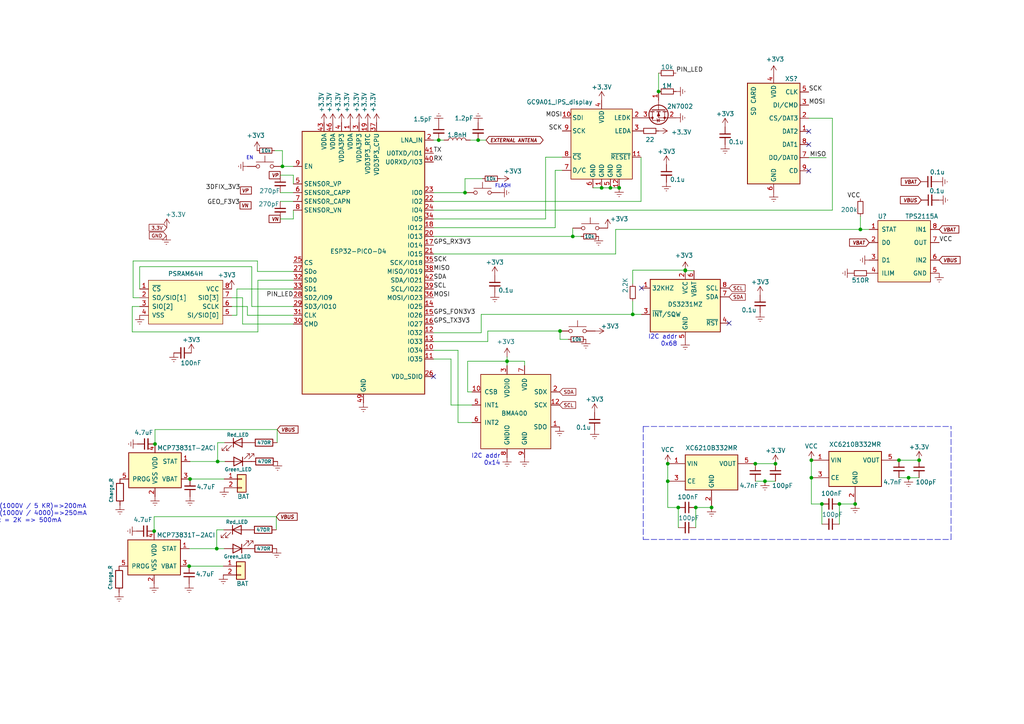
<source format=kicad_sch>
(kicad_sch (version 20211123) (generator eeschema)
  (paper "A4")
  (junction (at -392.811 86.106))
  (junction (at -273.304 114.046))
  (junction (at 263.525 138.557))
  (junction (at -86.741 43.434))
  (junction (at 243.459 146.177))
  (junction (at 44.958 128.778))
  (junction (at -62.357 68.072))
  (junction (at 248.031 146.177))
  (junction (at -58.547 22.352))
  (junction (at -49.657 68.072))
  (junction (at -59.817 68.072))
  (junction (at 224.917 134.493))
  (junction (at -294.005 -161.036))
  (junction (at 238.379 146.177))
  (junction (at -385.191 86.106))
  (junction (at -81.915 51.562))
  (junction (at -354.076 -161.163))
  (junction (at 55.118 138.938))
  (junction (at 198.755 78.359))
  (junction (at 177.038 54.483))
  (junction (at -42.037 68.072))
  (junction (at 138.684 40.64))
  (junction (at 219.075 134.493))
  (junction (at -47.117 68.072))
  (junction (at -63.246 -26.924))
  (junction (at 63.119 133.858))
  (junction (at 191.008 26.543))
  (junction (at -52.197 68.072))
  (junction (at -86.741 38.354))
  (junction (at 166.116 68.58))
  (junction (at -39.497 68.072))
  (junction (at 127.254 40.64))
  (junction (at 249.555 66.548))
  (junction (at 193.675 134.493))
  (junction (at 62.865 159.131))
  (junction (at -296.037 -140.335))
  (junction (at 162.433 96.012))
  (junction (at -64.897 68.072))
  (junction (at 147.066 104.775))
  (junction (at -44.577 68.072))
  (junction (at 54.864 164.211))
  (junction (at -278.638 106.426))
  (junction (at 183.515 91.186))
  (junction (at -353.949 -200.533))
  (junction (at -278.638 114.046))
  (junction (at -385.191 78.486))
  (junction (at -241.681 -133.096))
  (junction (at 134.874 55.88))
  (junction (at -57.277 68.072))
  (junction (at -273.304 106.426))
  (junction (at -354.076 -161.036))
  (junction (at -49.657 -6.604))
  (junction (at 235.331 133.477))
  (junction (at 198.755 78.486))
  (junction (at 81.915 48.26))
  (junction (at 196.723 147.193))
  (junction (at 193.675 139.573))
  (junction (at -281.051 -116.586))
  (junction (at 179.578 54.483))
  (junction (at 206.375 147.193))
  (junction (at -33.147 50.292))
  (junction (at -54.737 68.072))
  (junction (at 174.498 54.483))
  (junction (at -307.848 -139.319))
  (junction (at -36.957 68.072))
  (junction (at 221.869 139.573))
  (junction (at 266.573 133.477))
  (junction (at 201.803 147.193))
  (junction (at -67.437 68.072))
  (junction (at -338.836 -148.336))
  (junction (at 235.331 138.557))
  (junction (at 44.704 154.051))
  (junction (at 260.731 133.477))
  (no_connect (at -366.776 -145.796))
  (no_connect (at -73.787 46.482))
  (no_connect (at -73.787 38.862))
  (no_connect (at -73.787 56.642))
  (no_connect (at -33.147 45.212))
  (no_connect (at 234.569 41.91))
  (no_connect (at -73.787 43.942))
  (no_connect (at 125.73 109.22))
  (no_connect (at -341.376 -155.956))
  (no_connect (at 234.569 38.1))
  (no_connect (at -53.086 -9.144))
  (no_connect (at -73.406 -1.524))
  (no_connect (at -33.147 41.402))
  (no_connect (at -33.147 37.592))
  (no_connect (at 234.569 49.53))
  (no_connect (at 211.455 93.726))
  (no_connect (at 186.055 83.566))
  (no_connect (at -73.406 -14.224))
  (no_connect (at -306.832 114.681))
  (no_connect (at -306.832 112.141))
  (wire (pts (xy 249.555 66.548) (xy 249.555 62.738)))
  (wire (pts (xy 135.636 113.665) (xy 136.906 113.665)))
  (wire (pts (xy -14.732 33.782) (xy -28.067 33.782)))
  (wire (pts (xy 260.731 133.477) (xy 266.573 133.477)))
  (wire (pts (xy 79.629 43.688) (xy 81.915 43.688)))
  (wire (pts (xy -309.372 137.541) (xy -306.832 137.541)))
  (wire (pts (xy -67.437 68.072) (xy -64.897 68.072)))
  (wire (pts (xy -354.076 -161.036) (xy -356.616 -161.036)))
  (wire (pts (xy -333.756 -182.753) (xy -343.789 -182.753)))
  (wire (pts (xy 38.354 96.266) (xy 38.354 88.9)))
  (wire (pts (xy -354.076 -161.163) (xy -338.836 -161.163)))
  (wire (pts (xy -278.638 106.426) (xy -285.75 106.426)))
  (wire (pts (xy 161.036 49.403) (xy 161.036 66.04)))
  (wire (pts (xy 65.024 159.131) (xy 62.865 159.131)))
  (wire (pts (xy -306.832 137.541) (xy -306.832 117.221)))
  (wire (pts (xy -49.657 -11.684) (xy -53.086 -11.684)))
  (wire (pts (xy -73.66 90.17) (xy -75.311 90.17)))
  (wire (pts (xy -86.741 38.354) (xy -81.28 38.354)))
  (wire (pts (xy -307.848 -136.906) (xy -307.848 -139.319)))
  (wire (pts (xy -249.936 -135.636) (xy -241.681 -135.636)))
  (wire (pts (xy 260.731 138.557) (xy 263.525 138.557)))
  (wire (pts (xy -270.256 -116.586) (xy -270.256 -108.966)))
  (wire (pts (xy -338.836 -148.336) (xy -282.956 -148.336)))
  (wire (pts (xy 166.116 66.167) (xy 166.116 68.58)))
  (wire (pts (xy -64.897 68.072) (xy -62.357 68.072)))
  (wire (pts (xy 238.379 146.177) (xy 238.379 152.019)))
  (wire (pts (xy -280.416 -108.966) (xy -270.256 -108.966)))
  (wire (pts (xy 139.573 91.186) (xy 139.573 96.52)))
  (wire (pts (xy 152.146 106.045) (xy 152.146 104.775)))
  (wire (pts (xy 141.478 99.06) (xy 125.73 99.06)))
  (wire (pts (xy 81.28 55.88) (xy 85.09 55.88)))
  (wire (pts (xy -381.508 78.486) (xy -385.191 78.486)))
  (wire (pts (xy 125.73 101.6) (xy 132.842 101.6)))
  (wire (pts (xy 63.119 133.858) (xy 55.118 133.858)))
  (wire (pts (xy 67.183 86.36) (xy 70.358 86.36)))
  (wire (pts (xy 134.874 51.816) (xy 134.874 55.88)))
  (polyline (pts (xy 186.563 123.698) (xy 275.844 123.698)))
  (wire (pts (xy 85.09 50.8) (xy 81.28 50.8)))
  (wire (pts (xy 40.513 77.343) (xy 40.513 83.82)))
  (wire (pts (xy 241.427 60.96) (xy 125.73 60.96)))
  (wire (pts (xy -307.848 -139.319) (xy -307.848 -145.796)))
  (wire (pts (xy -41.529 90.17) (xy -25.4 90.17)))
  (wire (pts (xy 138.684 40.64) (xy 140.97 40.64)))
  (wire (pts (xy -77.597 33.782) (xy -73.787 33.782)))
  (wire (pts (xy 186.055 91.186) (xy 183.515 91.186)))
  (polyline (pts (xy 186.563 156.464) (xy 275.844 156.464)))
  (wire (pts (xy -381.508 84.201) (xy -381.508 86.106)))
  (wire (pts (xy -273.304 106.426) (xy -267.843 106.426)))
  (wire (pts (xy 174.498 54.483) (xy 177.038 54.483)))
  (wire (pts (xy 178.562 66.548) (xy 178.562 73.66)))
  (wire (pts (xy -241.681 -133.096) (xy -241.681 -129.032)))
  (wire (pts (xy 125.73 58.42) (xy 185.928 58.42)))
  (wire (pts (xy -312.928 -136.906) (xy -307.848 -136.906)))
  (wire (pts (xy -63.246 -26.924) (xy -60.706 -26.924)))
  (wire (pts (xy -267.716 -111.506) (xy -267.716 -116.586)))
  (wire (pts (xy 62.865 159.131) (xy 54.864 159.131)))
  (wire (pts (xy 125.73 63.5) (xy 158.242 63.5)))
  (wire (pts (xy 65.151 128.397) (xy 63.119 128.397)))
  (wire (pts (xy 38.608 86.36) (xy 38.608 75.692)))
  (wire (pts (xy 193.675 147.193) (xy 193.675 139.573)))
  (wire (pts (xy 158.242 63.5) (xy 158.242 45.593)))
  (wire (pts (xy -353.949 -200.533) (xy -342.519 -200.533)))
  (wire (pts (xy 136.398 40.64) (xy 138.684 40.64)))
  (wire (pts (xy -281.051 -116.586) (xy -275.336 -116.586)))
  (wire (pts (xy 67.183 91.44) (xy 68.707 91.44)))
  (wire (pts (xy 64.897 153.67) (xy 62.865 153.67)))
  (wire (pts (xy -278.638 114.046) (xy -285.75 114.046)))
  (wire (pts (xy 178.562 66.548) (xy 249.555 66.548)))
  (wire (pts (xy -249.936 -161.036) (xy -243.586 -161.036)))
  (wire (pts (xy 70.358 86.36) (xy 70.358 93.98)))
  (wire (pts (xy -392.811 86.106) (xy -392.811 78.486)))
  (wire (pts (xy -44.577 78.74) (xy -44.577 82.55)))
  (wire (pts (xy 241.427 34.29) (xy 241.427 60.96)))
  (wire (pts (xy -249.936 -143.256) (xy -241.046 -143.256)))
  (wire (pts (xy 125.73 104.14) (xy 130.81 104.14)))
  (wire (pts (xy -296.037 -140.335) (xy -296.037 -143.256)))
  (wire (pts (xy -52.197 68.072) (xy -49.657 68.072)))
  (wire (pts (xy 158.242 45.593) (xy 163.068 45.593)))
  (wire (pts (xy 141.478 96.012) (xy 141.478 99.06)))
  (wire (pts (xy -272.796 -111.506) (xy -272.796 -116.586)))
  (wire (pts (xy -342.519 -191.643) (xy -343.789 -191.643)))
  (wire (pts (xy 85.09 48.26) (xy 81.915 48.26)))
  (wire (pts (xy -49.657 -14.224) (xy -53.086 -14.224)))
  (wire (pts (xy -307.848 -145.796) (xy -282.956 -145.796)))
  (wire (pts (xy -16.002 52.832) (xy -28.067 52.832)))
  (wire (pts (xy -54.737 68.072) (xy -52.197 68.072)))
  (wire (pts (xy 80.391 124.587) (xy 44.958 124.587)))
  (wire (pts (xy -359.029 -199.263) (xy -359.029 -200.533)))
  (wire (pts (xy -249.936 -163.576) (xy -243.586 -163.576)))
  (wire (pts (xy -365.252 84.201) (xy -381.508 84.201)))
  (wire (pts (xy 73.025 88.9) (xy 73.025 77.343)))
  (wire (pts (xy -341.376 -148.336) (xy -338.836 -148.336)))
  (wire (pts (xy -69.977 68.072) (xy -67.437 68.072)))
  (wire (pts (xy -262.636 -111.506) (xy -262.636 -116.586)))
  (wire (pts (xy 38.608 75.692) (xy 74.676 75.692)))
  (wire (pts (xy 243.459 152.019) (xy 243.459 146.177)))
  (wire (pts (xy -381.508 81.661) (xy -365.252 81.661)))
  (wire (pts (xy -75.311 90.17) (xy -75.311 107.823)))
  (wire (pts (xy 125.73 55.88) (xy 134.874 55.88)))
  (wire (pts (xy -236.601 -133.096) (xy -241.681 -133.096)))
  (wire (pts (xy 81.28 58.42) (xy 85.09 58.42)))
  (wire (pts (xy -39.497 68.072) (xy -36.957 68.072)))
  (wire (pts (xy -333.756 -150.876) (xy -333.756 -182.753)))
  (wire (pts (xy -331.851 -153.416) (xy -282.956 -153.416)))
  (wire (pts (xy -282.956 -150.876) (xy -333.756 -150.876)))
  (wire (pts (xy 85.09 53.34) (xy 85.09 50.8)))
  (wire (pts (xy -338.836 -152.146) (xy -338.836 -148.336)))
  (wire (pts (xy 130.81 117.475) (xy 136.906 117.475)))
  (wire (pts (xy -46.99 87.63) (xy -41.529 87.63)))
  (wire (pts (xy -282.956 -138.176) (xy -293.751 -138.176)))
  (wire (pts (xy -42.037 68.072) (xy -39.497 68.072)))
  (wire (pts (xy 193.675 134.493) (xy 193.675 139.573)))
  (wire (pts (xy -280.416 -111.506) (xy -272.796 -111.506)))
  (wire (pts (xy 201.803 153.035) (xy 201.803 147.193)))
  (wire (pts (xy -296.037 -143.256) (xy -282.956 -143.256)))
  (wire (pts (xy -75.311 87.63) (xy -75.311 78.74)))
  (wire (pts (xy 70.358 93.98) (xy 85.09 93.98)))
  (wire (pts (xy 85.09 81.28) (xy 74.803 81.28)))
  (wire (pts (xy -46.99 92.71) (xy -44.577 92.71)))
  (wire (pts (xy 177.038 54.483) (xy 179.578 54.483)))
  (wire (pts (xy -73.66 87.63) (xy -75.311 87.63)))
  (wire (pts (xy 152.146 104.775) (xy 147.066 104.775)))
  (wire (pts (xy -381.508 86.106) (xy -385.191 86.106)))
  (wire (pts (xy 65.278 133.858) (xy 63.119 133.858)))
  (wire (pts (xy 71.755 88.9) (xy 71.755 91.44)))
  (wire (pts (xy 147.066 104.775) (xy 147.066 106.045)))
  (wire (pts (xy -59.817 68.072) (xy -57.277 68.072)))
  (wire (pts (xy -354.076 -161.036) (xy -354.076 -161.163)))
  (wire (pts (xy 74.676 78.74) (xy 85.09 78.74)))
  (wire (pts (xy -73.787 28.702) (xy -77.597 28.702)))
  (wire (pts (xy 67.183 88.9) (xy 71.755 88.9)))
  (wire (pts (xy -249.936 -124.587) (xy -249.936 -130.556)))
  (wire (pts (xy 63.119 133.858) (xy 63.119 128.397)))
  (wire (pts (xy -282.956 -133.096) (xy -291.846 -133.096)))
  (wire (pts (xy -33.147 46.863) (xy -33.147 50.292)))
  (wire (pts (xy -14.732 29.972) (xy -28.067 29.972)))
  (wire (pts (xy -273.304 114.046) (xy -267.843 114.046)))
  (wire (pts (xy 68.707 91.44) (xy 68.707 83.82)))
  (wire (pts (xy 162.433 98.425) (xy 162.433 96.012)))
  (wire (pts (xy 74.803 96.266) (xy 38.354 96.266)))
  (wire (pts (xy -282.956 -135.636) (xy -293.751 -135.636)))
  (wire (pts (xy -257.556 -116.586) (xy -257.556 -114.046)))
  (wire (pts (xy -265.176 -111.506) (xy -265.176 -116.586)))
  (wire (pts (xy 219.075 134.493) (xy 224.917 134.493)))
  (wire (pts (xy -39.878 87.63) (xy -25.4 87.63)))
  (wire (pts (xy -283.337 -114.681) (xy -281.051 -114.681)))
  (wire (pts (xy 80.391 128.397) (xy 80.391 124.587)))
  (wire (pts (xy 80.137 149.86) (xy 44.704 149.86)))
  (wire (pts (xy -360.172 34.163) (xy -360.172 36.703)))
  (wire (pts (xy 44.704 149.86) (xy 44.704 154.051)))
  (wire (pts (xy 147.066 104.775) (xy 135.636 104.775)))
  (wire (pts (xy 162.433 96.012) (xy 141.478 96.012)))
  (wire (pts (xy 168.529 68.58) (xy 166.116 68.58)))
  (wire (pts (xy -343.789 -187.833) (xy -331.851 -187.833)))
  (wire (pts (xy -77.978 85.09) (xy -73.66 85.09)))
  (wire (pts (xy 71.755 91.44) (xy 85.09 91.44)))
  (wire (pts (xy 54.864 164.211) (xy 64.77 164.211)))
  (wire (pts (xy -103.505 51.562) (xy -90.17 51.562)))
  (wire (pts (xy 238.379 146.177) (xy 235.331 146.177)))
  (wire (pts (xy -91.948 38.354) (xy -86.741 38.354)))
  (wire (pts (xy -353.949 -201.803) (xy -353.949 -200.533)))
  (wire (pts (xy 263.525 138.557) (xy 266.573 138.557)))
  (wire (pts (xy 183.515 91.186) (xy 139.573 91.186)))
  (wire (pts (xy 171.958 54.483) (xy 174.498 54.483)))
  (wire (pts (xy 139.573 96.52) (xy 125.73 96.52)))
  (wire (pts (xy -73.787 51.562) (xy -81.915 51.562)))
  (wire (pts (xy 234.569 34.29) (xy 241.427 34.29)))
  (wire (pts (xy -242.316 -140.716) (xy -249.936 -140.716)))
  (wire (pts (xy 130.81 104.14) (xy 130.81 117.475)))
  (wire (pts (xy 221.869 139.573) (xy 224.917 139.573)))
  (wire (pts (xy 68.707 83.82) (xy 85.09 83.82)))
  (wire (pts (xy -39.878 87.63) (xy -39.878 107.823)))
  (wire (pts (xy -62.357 68.072) (xy -59.817 68.072)))
  (wire (pts (xy -338.836 -161.163) (xy -338.836 -157.226)))
  (wire (pts (xy -278.638 106.426) (xy -273.304 106.426)))
  (wire (pts (xy -296.291 -165.608) (xy -294.005 -165.608)))
  (wire (pts (xy 196.723 147.193) (xy 193.675 147.193)))
  (wire (pts (xy 183.515 87.376) (xy 183.515 91.186)))
  (wire (pts (xy 38.354 88.9) (xy 40.513 88.9)))
  (wire (pts (xy 135.636 104.775) (xy 135.636 113.665)))
  (wire (pts (xy 127.254 40.64) (xy 128.778 40.64)))
  (wire (pts (xy -44.577 82.55) (xy -25.4 82.55)))
  (wire (pts (xy -342.519 -200.533) (xy -342.519 -191.643)))
  (wire (pts (xy 201.803 147.193) (xy 206.375 147.193)))
  (wire (pts (xy -57.277 68.072) (xy -54.737 68.072)))
  (wire (pts (xy -293.751 -140.716) (xy -282.956 -140.716)))
  (wire (pts (xy -29.972 46.863) (xy -33.147 46.863)))
  (wire (pts (xy 161.036 66.04) (xy 125.73 66.04)))
  (wire (pts (xy 62.865 159.131) (xy 62.865 153.67)))
  (wire (pts (xy 164.846 98.425) (xy 162.433 98.425)))
  (wire (pts (xy -75.311 78.74) (xy -44.577 78.74)))
  (wire (pts (xy 74.803 81.28) (xy 74.803 96.266)))
  (wire (pts (xy -81.915 51.562) (xy -81.915 54.737)))
  (wire (pts (xy -257.556 -114.046) (xy -247.396 -114.046)))
  (wire (pts (xy -359.029 -200.533) (xy -353.949 -200.533)))
  (wire (pts (xy 243.459 146.177) (xy 248.031 146.177)))
  (wire (pts (xy -46.99 90.17) (xy -42.799 90.17)))
  (wire (pts (xy 196.723 147.193) (xy 196.723 153.035)))
  (wire (pts (xy 80.137 153.67) (xy 80.137 149.86)))
  (wire (pts (xy 85.09 63.5) (xy 81.28 63.5)))
  (wire (pts (xy -282.956 -161.036) (xy -294.005 -161.036)))
  (wire (pts (xy -260.096 -111.506) (xy -260.096 -116.586)))
  (wire (pts (xy 81.915 43.688) (xy 81.915 48.26)))
  (wire (pts (xy 235.331 133.477) (xy 235.331 138.557)))
  (wire (pts (xy -49.657 68.072) (xy -47.117 68.072)))
  (wire (pts (xy -41.529 87.63) (xy -41.529 90.17)))
  (wire (pts (xy 132.842 101.6) (xy 132.842 122.555)))
  (wire (pts (xy -281.051 -114.681) (xy -281.051 -116.586)))
  (wire (pts (xy 166.116 68.58) (xy 125.73 68.58)))
  (wire (pts (xy 234.569 45.72) (xy 239.649 45.72)))
  (wire (pts (xy 191.008 21.209) (xy 191.008 26.543)))
  (wire (pts (xy 74.676 75.692) (xy 74.676 78.74)))
  (wire (pts (xy 44.958 124.587) (xy 44.958 128.778)))
  (wire (pts (xy 85.09 88.9) (xy 73.025 88.9)))
  (wire (pts (xy -42.799 92.71) (xy -25.4 92.71)))
  (wire (pts (xy 219.075 139.573) (xy 221.869 139.573)))
  (wire (pts (xy -81.915 51.562) (xy -85.09 51.562)))
  (wire (pts (xy -331.851 -187.833) (xy -331.851 -153.416)))
  (wire (pts (xy -292.481 -158.496) (xy -282.956 -158.496)))
  (wire (pts (xy -249.936 -153.416) (xy -243.586 -153.416)))
  (wire (pts (xy 132.842 122.555) (xy 136.906 122.555)))
  (wire (pts (xy 183.515 78.359) (xy 183.515 82.296)))
  (wire (pts (xy -292.481 -155.956) (xy -282.956 -155.956)))
  (wire (pts (xy -42.799 90.17) (xy -42.799 92.71)))
  (wire (pts (xy -249.936 -158.496) (xy -243.586 -158.496)))
  (wire (pts (xy -91.948 43.434) (xy -86.741 43.434)))
  (polyline (pts (xy 186.563 123.698) (xy 186.563 156.464)))
  (wire (pts (xy 139.954 51.816) (xy 134.874 51.816)))
  (wire (pts (xy -73.787 28.702) (xy -73.787 29.972)))
  (wire (pts (xy -249.936 -155.956) (xy -243.586 -155.956)))
  (wire (pts (xy -44.577 92.71) (xy -44.577 85.09)))
  (wire (pts (xy 147.066 103.505) (xy 147.066 104.775)))
  (wire (pts (xy -381.508 78.486) (xy -381.508 81.661)))
  (wire (pts (xy 198.755 78.359) (xy 183.515 78.359)))
  (wire (pts (xy -278.638 114.046) (xy -273.304 114.046)))
  (wire (pts (xy 198.755 78.486) (xy 201.295 78.486)))
  (wire (pts (xy -44.577 85.09) (xy -25.4 85.09)))
  (wire (pts (xy 185.928 58.42) (xy 185.928 45.593)))
  (wire (pts (xy -294.005 -165.608) (xy -294.005 -161.036)))
  (wire (pts (xy -249.936 -148.336) (xy -241.046 -148.336)))
  (wire (pts (xy -249.936 -133.096) (xy -241.681 -133.096)))
  (wire (pts (xy -49.657 -9.144) (xy -49.657 -6.604)))
  (wire (pts (xy 73.025 77.343) (xy 40.513 77.343)))
  (wire (pts (xy -63.246 -27.178) (xy -63.246 -26.924)))
  (wire (pts (xy -12.827 50.292) (xy -24.892 50.292)))
  (wire (pts (xy 55.118 138.938) (xy 65.024 138.938)))
  (wire (pts (xy 85.09 60.96) (xy 85.09 63.5)))
  (wire (pts (xy -44.577 68.072) (xy -42.037 68.072)))
  (polyline (pts (xy 275.844 156.464) (xy 275.844 123.698)))
  (wire (pts (xy -58.547 22.352) (xy -53.467 22.352)))
  (wire (pts (xy 40.513 86.36) (xy 38.608 86.36)))
  (wire (pts (xy -296.037 -140.335) (xy -296.037 -138.303)))
  (wire (pts (xy -353.949 -200.533) (xy -353.949 -199.263)))
  (wire (pts (xy 198.755 78.486) (xy 198.755 78.359)))
  (wire (pts (xy -47.117 68.072) (xy -44.577 68.072)))
  (wire (pts (xy 125.73 40.64) (xy 127.254 40.64)))
  (wire (pts (xy -75.311 107.823) (xy -39.878 107.823)))
  (wire (pts (xy 235.331 146.177) (xy 235.331 138.557)))
  (wire (pts (xy 163.068 49.403) (xy 161.036 49.403)))
  (wire (pts (xy 178.562 73.66) (xy 125.73 73.66)))
  (wire (pts (xy -33.147 50.292) (xy -29.972 50.292)))
  (wire (pts (xy -249.936 -145.796) (xy -241.046 -145.796)))
  (wire (pts (xy -86.741 43.434) (xy -81.28 43.434)))
  (wire (pts (xy 249.555 66.548) (xy 252.095 66.548)))
  (text "0R => internal antenna" (at -62.738 24.257 180) (effects (font (size 1.27 1.27)) (justify right bottom)))
  (text "I2C addr\n0x68" (at -351.79 -138.938 0) (effects (font (size 1.27 1.27)) (justify left bottom)))
  (text "EN" (at 71.374 46.482 0) (effects (font (size 1 1)) (justify left bottom)))
  (text "5K (1000V / 5 KR)=>200mA \n4K (1000V / 4000)=>250mA\nmax = 2K => 500mA" (at -3.683 151.765 0) (effects (font (size 1.27 1.27)) (justify left bottom)))
  (text "I2C addr\n0x68" (at 196.469 100.584 180) (effects (font (size 1.27 1.27)) (justify right bottom)))
  (text "I2C addr\n0x14" (at 145.161 135.128 180) (effects (font (size 1.27 1.27)) (justify right bottom)))
  (text "I2C addr\n0x14" (at -352.044 -170.18 0) (effects (font (size 1.27 1.27)) (justify left bottom)))
  (text "FLASH" (at 143.51 54.61 0) (effects (font (size 1 1)) (justify left bottom)))
  (label "TX" (at -78.486 -19.304 180))
  (label "PIN_LED" (at 196.088 21.209 0))
  (label "GPS_TX3V3" (at -293.751 -138.176 0))
  (label "TFT_DC" (at -291.846 -133.096 0))
  (label "3DFIX_3V3" (at -14.732 29.972 180))
  (label "SCK" (at 163.068 37.973 180))
  (label "VCC" (at 249.555 57.658 180))
  (label "ANT" (at -77.597 28.702 0))
  (label "STAT_PWR" (at -247.396 -114.046 180))
  (label "SDA" (at -243.586 -153.416 180))
  (label "SCK" (at 125.73 76.2 0))
  (label "MOSI" (at -243.586 -163.576 180))
  (label "RX" (at -73.406 -21.844 180))
  (label "GEO_F3V3" (at -292.481 -155.956 0))
  (label "SCK" (at -241.046 -145.796 180))
  (label "RX" (at -243.586 -155.956 180))
  (label "GPS_TX3V3" (at -16.002 52.832 180))
  (label "SD3" (at -262.636 -111.506 90))
  (label "GPS_TX3V3" (at 125.73 93.98 0))
  (label "PIN_LED" (at 85.09 86.36 180))
  (label "GPS_FON3V3" (at -293.751 -140.716 0))
  (label "MOSI" (at 163.068 34.163 180))
  (label "VBUS" (at -49.657 -16.764 180))
  (label "TX" (at -243.586 -158.496 180))
  (label "SCL" (at -243.586 -161.036 180))
  (label "CLK" (at -265.176 -111.506 90))
  (label "3DFIX_3V3" (at -292.481 -158.496 0))
  (label "GPS_RX3V3" (at -293.751 -135.636 0))
  (label "MISO" (at 239.649 45.72 180))
  (label "GPS_FON3V3" (at -103.505 51.562 0))
  (label "GEO_F3V3" (at 69.596 59.563 180))
  (label "SD1" (at -260.096 -111.506 90))
  (label "GPIO10" (at -280.416 -108.966 0))
  (label "GEO_F3V3" (at -14.732 33.782 180))
  (label "SCL" (at 125.73 83.82 0))
  (label "MOSI" (at 234.569 30.48 0))
  (label "RX" (at 125.73 46.99 0))
  (label "GPS_FON3V3" (at 125.73 91.44 0))
  (label "MOSI" (at 125.73 86.36 0))
  (label "MISO" (at 125.73 78.74 0))
  (label "SD_CS" (at -241.681 -135.636 180))
  (label "TX" (at 125.73 44.45 0))
  (label "SCK" (at 234.569 26.67 0))
  (label "TFT_RST" (at -249.936 -124.587 0))
  (label "MISO" (at -241.046 -148.336 180))
  (label "SD2" (at -267.716 -111.506 90))
  (label "TFT_CS" (at -241.046 -143.256 180))
  (label "SD0" (at -242.316 -140.716 180))
  (label "GPS_RX3V3" (at 125.73 71.12 0))
  (label "PIN_LED" (at -280.416 -111.506 0))
  (label "3DFIX_3V3" (at 69.723 55.245 180))
  (label "SDA" (at 125.73 81.28 0))
  (label "GPIO10" (at -77.978 85.09 180))
  (label "GPS_RX3V3" (at -12.827 50.292 180))
  (label "VCC" (at 272.415 70.358 0))
  (label "VBAT" (at -301.117 -140.335 180))
  (global_label "SCL" (shape input) (at -366.776 -155.956 180) (effects (font (size 1 1))) (property "Intersheet References" "${INTERSHEET_REFS}" (effects hide)))
  (global_label "VBUS" (shape input) (at 267.208 58.039 180) (effects (font (size 1 1) bold italic)) (property "Intersheet References" "${INTERSHEET_REFS}" (effects hide)))
  (global_label "PC1" (shape input) (at -365.252 99.441 180) (property "Intersheet References" "${INTERSHEET_REFS}" (effects hide)))
  (global_label "VBUS" (shape input) (at 272.415 75.438 0) (effects (font (size 1 1) bold italic)) (property "Intersheet References" "${INTERSHEET_REFS}" (effects hide)))
  (global_label "SDA" (shape input) (at -369.189 -191.643 180) (effects (font (size 1 1))) (property "Intersheet References" "${INTERSHEET_REFS}" (effects hide)))
  (global_label "SCL" (shape input) (at 162.306 117.475 0) (effects (font (size 1 1))) (property "Intersheet References" "${INTERSHEET_REFS}" (effects hide)))
  (global_label "A" (shape input) (at -285.75 106.426 180) (property "Intersheet References" "${INTERSHEET_REFS}" (effects hide)))
  (global_label "I2C_SCL" (shape input) (at -342.392 137.541 270) (property "Intersheet References" "${INTERSHEET_REFS}" (effects hide)))
  (global_label "PA4" (shape input) (at -355.092 137.541 270) (property "Intersheet References" "${INTERSHEET_REFS}" (effects hide)))
  (global_label "RFID_PULL" (shape input) (at -365.252 117.221 180) (property "Intersheet References" "${INTERSHEET_REFS}" (effects hide)))
  (global_label "PERIPH_POWER" (shape input) (at -357.632 137.541 270) (property "Intersheet References" "${INTERSHEET_REFS}" (effects hide)))
  (global_label "PC0" (shape input) (at -365.252 96.901 180) (property "Intersheet References" "${INTERSHEET_REFS}" (effects hide)))
  (global_label "CC1101_G0" (shape input) (at -365.252 114.681 180) (property "Intersheet References" "${INTERSHEET_REFS}" (effects hide)))
  (global_label "BUTTON_BACK" (shape input) (at -365.252 79.121 180) (property "Intersheet References" "${INTERSHEET_REFS}" (effects hide)))
  (global_label "VBAT" (shape input) (at 267.081 52.705 180) (effects (font (size 1 1) bold italic)) (property "Intersheet References" "${INTERSHEET_REFS}" (effects hide)))
  (global_label "PA7" (shape input) (at -347.472 137.541 270) (property "Intersheet References" "${INTERSHEET_REFS}" (effects hide)))
  (global_label "SDA" (shape input) (at 211.455 86.106 0) (effects (font (size 1 1))) (property "Intersheet References" "${INTERSHEET_REFS}" (effects hide)))
  (global_label "VP" (shape passive) (at 81.28 50.8 180) (effects (font (size 1 1) bold italic)) (property "Intersheet References" "${INTERSHEET_REFS}" (effects hide)))
  (global_label "3.3V" (shape input) (at 48.387 66.04 180) (effects (font (size 1 1))) (property "Intersheet References" "${INTERSHEET_REFS}" (effects hide)))
  (global_label "PC3" (shape input) (at -365.252 104.521 180) (property "Intersheet References" "${INTERSHEET_REFS}" (effects hide)))
  (global_label "GND" (shape input) (at 48.26 68.326 180) (effects (font (size 1 1))) (property "Intersheet References" "${INTERSHEET_REFS}" (effects hide)))
  (global_label "VBUS" (shape input) (at 80.391 124.587 0) (effects (font (size 1 1) bold italic)) (property "Intersheet References" "${INTERSHEET_REFS}" (effects hide)))
  (global_label "VIBRO" (shape input) (at -344.932 137.541 270) (property "Intersheet References" "${INTERSHEET_REFS}" (effects hide)))
  (global_label "VBAT" (shape input) (at 272.415 66.548 0) (effects (font (size 1 1) bold italic)) (property "Intersheet References" "${INTERSHEET_REFS}" (effects hide)))
  (global_label "SCL" (shape input) (at -369.189 -187.833 180) (effects (font (size 1 1))) (property "Intersheet References" "${INTERSHEET_REFS}" (effects hide)))
  (global_label "D" (shape input) (at -258.572 118.999 180) (property "Intersheet References" "${INTERSHEET_REFS}" (effects hide)))
  (global_label "VP" (shape passive) (at 69.723 55.245 0) (effects (font (size 1 1) bold italic)) (property "Intersheet References" "${INTERSHEET_REFS}" (effects hide)))
  (global_label "VBAT" (shape input) (at 252.095 70.358 180) (effects (font (size 1 1) bold italic)) (property "Intersheet References" "${INTERSHEET_REFS}" (effects hide)))
  (global_label "VN" (shape passive) (at 81.28 63.5 180) (effects (font (size 1 1) bold italic)) (property "Intersheet References" "${INTERSHEET_REFS}" (effects hide)))
  (global_label "SDA" (shape input) (at 162.306 113.665 0) (effects (font (size 1 1))) (property "Intersheet References" "${INTERSHEET_REFS}" (effects hide)))
  (global_label "B" (shape input) (at -285.75 114.046 180) (property "Intersheet References" "${INTERSHEET_REFS}" (effects hide)))
  (global_label "SCL" (shape input) (at 211.455 83.566 0) (effects (font (size 1 1))) (property "Intersheet References" "${INTERSHEET_REFS}" (effects hide)))
  (global_label "IR_RX" (shape input) (at -365.252 112.141 180) (property "Intersheet References" "${INTERSHEET_REFS}" (effects hide)))
  (global_label "C" (shape input) (at -258.572 103.759 180) (property "Intersheet References" "${INTERSHEET_REFS}" (effects hide)))
  (global_label "SCL" (shape input) (at -320.675 -169.164 180) (effects (font (size 1 1))) (property "Intersheet References" "${INTERSHEET_REFS}" (effects hide)))
  (global_label "SDA" (shape input) (at -366.776 -153.416 180) (effects (font (size 1 1))) (property "Intersheet References" "${INTERSHEET_REFS}" (effects hide)))
  (global_label "EXTERNAL ANTENA" (shape bidirectional) (at 140.97 40.64 0) (effects (font (size 1 1) bold italic)) (property "Intersheet References" "${INTERSHEET_REFS}" (effects hide)))
  (global_label "PA6" (shape input) (at -350.012 137.541 270) (property "Intersheet References" "${INTERSHEET_REFS}" (effects hide)))
  (global_label "VBUS" (shape input) (at 80.137 149.86 0) (effects (font (size 1 1) bold italic)) (property "Intersheet References" "${INTERSHEET_REFS}" (effects hide)))
  (global_label "SDA" (shape input) (at -320.675 -162.56 180) (effects (font (size 1 1))) (property "Intersheet References" "${INTERSHEET_REFS}" (effects hide)))
  (global_label "VN" (shape passive) (at 69.596 59.563 0) (effects (font (size 1 1) bold italic)) (property "Intersheet References" "${INTERSHEET_REFS}" (effects hide)))
  (symbol (lib_name "Earth_1") (lib_id "power:Earth") (at 44.958 144.018 0) (unit 1)
    (property "Reference" "#PWR?" (effects hide))
    (property "Value" "Earth" (effects hide))
  )
  (symbol (lib_id "power:+3V3") (at 210.312 36.83 0) (unit 1)
    (property "Reference" "#PWR?" (effects hide))
    (property "Value" "+3V3" (at 210.312 33.02 0))
  )
  (symbol (lib_name "Earth_1") (lib_id "power:Earth") (at -318.008 -136.906 0) (unit 1)
    (property "Reference" "#PWR?" (effects hide))
    (property "Value" "Earth" (effects hide))
  )
  (symbol (lib_name "Earth_1") (lib_id "power:Earth") (at 39.878 128.778 270) (unit 1)
    (property "Reference" "#PWR?" (effects hide))
    (property "Value" "Earth" (effects hide))
  )
  (symbol (lib_id "power:VCC") (at 193.675 134.493 0) (unit 1)
    (property "Reference" "#PWR?" (effects hide))
    (property "Value" "VCC" (at 193.675 130.429 0))
  )
  (symbol (lib_id "Device:C_Small") (at -375.793 -151.384 0) (unit 1)
    (property "Reference" "C?" (effects hide))
    (property "Value" "0.1u" (at -374.777 -149.606 0) (effects (justify left)))
    (property "Footprint" "Capacitor_SMD:C_0603_1608Metric" (effects hide))
  )
  (symbol (lib_name "Earth_1") (lib_id "power:Earth") (at -353.949 -172.593 0) (unit 1)
    (property "Reference" "#PWR?" (effects hide))
    (property "Value" "Earth" (effects hide))
  )
  (symbol (lib_id "Device:C_Small") (at 81.28 53.34 0) (unit 1)
    (property "Reference" "C?" (effects hide))
    (property "Value" "270pF" (at 75.184 55.372 0) (effects (justify left)))
  )
  (symbol (lib_name "Earth_1") (lib_id "power:Earth") (at 247.015 79.248 270) (unit 1)
    (property "Reference" "#PWR?" (effects hide))
    (property "Value" "Earth" (effects hide))
  )
  (symbol (lib_id "Device:R_Small") (at -285.877 -114.681 90) (unit 1)
    (property "Reference" "R?" (effects hide))
    (property "Value" "10k" (at -284.48 -114.554 90) (effects (font (size 1 1)) (justify left)))
    (property "Footprint" "Resistor_SMD:R_0603_1608Metric" (effects hide))
  )
  (symbol (lib_id "power:+3V3") (at 224.409 21.59 0) (unit 1)
    (property "Reference" "#PWR?" (effects hide))
    (property "Value" "+3V3" (at 224.79 17.1958 0))
  )
  (symbol (lib_id "power:+3V3") (at 74.549 43.688 0) (mirror y) (unit 1)
    (property "Reference" "#PWR?" (effects hide))
    (property "Value" "+3V3" (at 74.168 39.2938 0))
  )
  (symbol (lib_id "power:+3V3") (at -282.956 -163.576 90) (unit 1)
    (property "Reference" "#PWR?" (effects hide))
    (property "Value" "+3V3" (at -288.163 -164.465 90))
  )
  (symbol (lib_id "osw-rescue:USB-OTG-open-Smartwatch") (at -43.307 -16.764 0) (mirror x) (unit 1)
    (property "Reference" "U?" (effects hide))
    (property "Value" "USB PORT" (at -34.036 -18.796 90) (effects (font (size 1.524 1.524)) (justify left)))
    (property "Footprint" "open-Smartwatch:USBmicro-B" (effects hide))
  )
  (symbol (lib_id "Device:C_Small") (at 210.312 39.37 0) (unit 1)
    (property "Reference" "C?" (effects hide))
    (property "Value" "0.1u" (at 211.328 41.148 0) (effects (justify left)))
    (property "Footprint" "Capacitor_SMD:C_0603_1608Metric" (effects hide))
  )
  (symbol (lib_name "Earth_1") (lib_id "power:Earth") (at 196.088 26.543 90) (mirror x) (unit 1)
    (property "Reference" "#PWR?" (effects hide))
    (property "Value" "Earth" (effects hide))
  )
  (symbol (lib_id "Switch:SW_Push") (at 76.835 48.26 0) (mirror y) (unit 1)
    (property "Reference" "SW?" (effects hide))
    (property "Value" "SW_Push" (effects hide))
    (property "Footprint" "open-Smartwatch:button_side_smd" (effects hide))
  )
  (symbol (lib_id "power:+3V3") (at 55.499 102.362 0) (unit 1)
    (property "Reference" "#PWR?" (effects hide))
    (property "Value" "+3V3" (at 55.499 98.552 0))
  )
  (symbol (lib_name "Earth_1") (lib_id "power:Earth") (at 65.024 141.478 0) (unit 1)
    (property "Reference" "#PWR?" (effects hide))
    (property "Value" "Earth" (effects hide))
  )
  (symbol (lib_id "LM3281YFQR:LM3281YFQR") (at -360.172 31.623 0) (unit 1)
    (property "Reference" "IC" (effects hide))
    (property "Value" "LM3281YFQR" (at -345.694 27.686 0))
    (property "Reference_1" "IC" (effects hide))
    (property "Value_1" "LM3281YFQR" (effects hide))
    (property "Footprint_1" "BGA6C40P2X3_116X144X68" (effects hide))
    (property "Datasheet_1" "http://www.ti.com/lit/gpn/lm3281" (effects hide))
    (property "Height" "0.675" (effects hide))
    (property "Manufacturer_Name" "Texas Instruments" (effects hide))
    (property "Manufacturer_Part_Number" "LM3281YFQR" (effects hide))
    (property "Mouser Part Number" "595-LM3281YFQR" (effects hide))
    (property "Mouser Price/Stock" "https://www.mouser.co.uk/ProductDetail/Texas-Instruments/LM3281YFQR?qs=pqSajtDZXRUfUTTXWZzVqw%3D%3D" (effects hide))
    (property "Arrow Part Number" "LM3281YFQR" (effects hide))
    (property "Arrow Price/Stock" "https://www.arrow.com/en/products/lm3281yfqr/texas-instruments?region=nac" (effects hide))
  )
  (symbol (lib_id "Device:R_Small") (at 167.386 98.425 270) (mirror x) (unit 1)
    (property "Reference" "R?" (effects hide))
    (property "Value" "10k" (at 165.862 98.425 90) (effects (font (size 1 1)) (justify left)))
    (property "Footprint" "Resistor_SMD:R_0603_1608Metric" (effects hide))
  )
  (symbol (lib_id "Device:R_Small") (at 193.548 21.209 90) (mirror x) (unit 1)
    (property "Reference" "R?" (effects hide))
    (property "Value" "10k" (at 195.326 19.431 90) (effects (justify left)))
    (property "Footprint" "Resistor_SMD:R_0603_1608Metric" (effects hide))
  )
  (symbol (lib_id "Device:R_Small") (at -234.061 -133.096 270) (unit 1)
    (property "Reference" "R?" (effects hide))
    (property "Value" "10k" (at -235.585 -133.096 90) (effects (font (size 1 1)) (justify left)))
    (property "Footprint" "Resistor_SMD:R_0603_1608Metric" (effects hide))
  )
  (symbol (lib_id "Device:C_Small") (at 55.118 141.478 180) (unit 1)
    (property "Reference" "C?" (effects hide))
    (property "Value" "4.7uF" (at 62.484 141.224 0) (effects (justify left)))
  )
  (symbol (lib_id "Device:C_Small") (at 52.959 102.362 270) (unit 1)
    (property "Reference" "C?" (effects hide))
    (property "Value" "100nF" (at 52.324 105.283 90) (effects (justify left)))
    (property "Footprint" "Capacitor_SMD:C_0603_1608Metric" (effects hide))
  )
  (symbol (lib_id "Device:C") (at -389.001 86.106 90) (mirror x) (unit 1)
    (property "Reference" "C?" (effects hide))
    (property "Value" "18pF" (at -382.778 88.519 90) (effects (justify left)))
  )
  (symbol (lib_id "power:+3.3V") (at 101.6 35.56 0) (unit 1)
    (property "Reference" "#PWR?" (effects hide))
    (property "Value" "+3.3V" (at 100.584 29.718 90))
  )
  (symbol (lib_id "osw-rescue:BMA400-open-Smartwatch") (at 149.606 120.015 0) (mirror y) (unit 1)
    (property "Reference" "U?" (effects hide))
    (property "Value" "BMA400" (at 153.035 119.888 0) (effects (justify left)))
    (property "Footprint" "open-Smartwatch:LGA-12_2x2mm_P0.5mm" (effects hide))
    (property "Datasheet" "https://ae-bst.resource.bosch.com/media/_tech/media/datasheets/BST-BMA400-DS000.pdf" (effects hide))
    (property "DigiKey_PN" "828-1081-1-ND" (effects hide))
    (property "Manufacturer" "Bosch Sensortec" (effects hide))
    (property "MPN" "BMA400" (effects hide))
  )
  (symbol (lib_id "Switch:SW_Push") (at -236.601 -129.032 0) (unit 1)
    (property "Reference" "SW?" (effects hide))
    (property "Value" "SW_Push" (effects hide))
    (property "Footprint" "open-Smartwatch:button_side_smd" (effects hide))
  )
  (symbol (lib_id "power:+3V3") (at 145.034 51.816 270) (unit 1)
    (property "Reference" "#PWR?" (effects hide))
    (property "Value" "+3V3" (at 148.717 49.657 90))
  )
  (symbol (lib_id "CC1101RGPR:CC1101RGPR") (at -413.258 32.766 0) (unit 1)
    (property "Reference" "ic" (effects hide))
    (property "Value" "CC1101RGPR" (at -393.827 41.783 90))
    (property "Reference_1" "IC" (effects hide))
    (property "Value_1" "CC1101RGPR" (effects hide))
    (property "Footprint_1" "QFN50P400X400X100-21N-D" (effects hide))
    (property "Datasheet_1" "http://www.ti.com/lit/gpn/cc1101" (effects hide))
    (property "Height" "1" (effects hide))
    (property "Manufacturer_Name" "Texas Instruments" (effects hide))
    (property "Manufacturer_Part_Number" "CC1101RGPR" (effects hide))
    (property "Mouser Part Number" "595-CC1101RGPR" (effects hide))
    (property "Mouser Price/Stock" "https://www.mouser.co.uk/ProductDetail/Texas-Instruments/CC1101RGPR?qs=OHhYoCux73lreNWI41kZ9Q%3D%3D" (effects hide))
    (property "Arrow Part Number" "CC1101RGPR" (effects hide))
    (property "Arrow Price/Stock" "https://www.arrow.com/en/products/cc1101rgpr/texas-instruments?region=nac" (effects hide))
  )
  (symbol (lib_name "Earth_1") (lib_id "power:Earth") (at 196.088 34.163 90) (mirror x) (unit 1)
    (property "Reference" "#PWR?" (effects hide))
    (property "Value" "Earth" (effects hide))
  )
  (symbol (lib_id "Device:R_Small") (at -30.607 29.972 90) (unit 1)
    (property "Reference" "R?" (effects hide))
    (property "Value" "1k" (at -29.591 29.972 90) (effects (font (size 1 1)) (justify left)))
    (property "Footprint" "Resistor_SMD:R_0603_1608Metric" (effects hide))
  )
  (symbol (lib_id "Device:R_Small") (at -298.577 -138.303 270) (unit 1)
    (property "Reference" "R?" (effects hide))
    (property "Value" "10k" (at -299.466 -136.398 90) (effects (justify left)))
    (property "Footprint" "Resistor_SMD:R_0603_1608Metric" (effects hide))
  )
  (symbol (lib_name "Earth_1") (lib_id "power:Earth") (at -359.029 -172.593 0) (unit 1)
    (property "Reference" "#PWR?" (effects hide))
    (property "Value" "Earth" (effects hide))
  )
  (symbol (lib_name "Earth_1") (lib_id "power:Earth") (at 272.288 58.039 90) (unit 1)
    (property "Reference" "#PWR?" (effects hide))
    (property "Value" "Earth" (effects hide))
  )
  (symbol (lib_id "Device:Crystal") (at -385.191 82.296 90) (mirror x) (unit 1)
    (property "Reference" "32.768KHz" (at -378.079 82.804 90) (effects (font (size 0.9 0.9))))
    (property "Value" "Crystal" (effects hide))
  )
  (symbol (lib_id "Battery_Management:MCP73831-2-OT") (at 44.958 136.398 0) (unit 1)
    (property "Reference" "U?" (effects hide))
    (property "Value" "MCP73831T-2ACI" (at 45.593 129.921 0) (effects (justify left)))
    (property "Footprint" "Package_TO_SOT_SMD:SOT-23-5" (effects hide))
    (property "Datasheet" "http://ww1.microchip.com/downloads/en/DeviceDoc/20001984g.pdf" (effects hide))
  )
  (symbol (lib_name "Earth_1") (lib_id "power:Earth") (at -27.813 -9.779 0) (unit 1)
    (property "Reference" "#PWR?" (effects hide))
    (property "Value" "Earth" (effects hide))
  )
  (symbol (lib_name "Earth_1") (lib_id "power:Earth") (at 40.513 91.44 0) (unit 1)
    (property "Reference" "#PWR?" (effects hide))
    (property "Value" "Earth" (effects hide))
  )
  (symbol (lib_id "Device:C_Small") (at -91.948 40.894 0) (unit 1)
    (property "Reference" "C?" (effects hide))
    (property "Value" "0.1u" (at -91.567 39.37 0) (effects (justify left)))
    (property "Footprint" "Capacitor_SMD:C_0603_1608Metric" (effects hide))
  )
  (symbol (lib_id "Device:C_Small") (at 143.51 82.423 0) (unit 1)
    (property "Reference" "C?" (effects hide))
    (property "Value" "0.1u" (at 144.526 84.201 0) (effects (justify left)))
    (property "Footprint" "Capacitor_SMD:C_0603_1608Metric" (effects hide))
  )
  (symbol (lib_id "Device:C_Small") (at 199.263 153.035 270) (unit 1)
    (property "Reference" "C?" (effects hide))
    (property "Value" "100pF" (at 196.723 150.241 90) (effects (justify left)))
  )
  (symbol (lib_name "Earth_1") (lib_id "power:Earth") (at 221.869 139.573 0) (unit 1)
    (property "Reference" "#PWR?" (effects hide))
    (property "Value" "Earth" (effects hide))
  )
  (symbol (lib_id "Device:C_Small") (at -62.357 101.219 270) (unit 1)
    (property "Reference" "C?" (effects hide))
    (property "Value" "100nF" (at -62.992 104.14 90) (effects (justify left)))
    (property "Footprint" "Capacitor_SMD:C_0603_1608Metric" (effects hide))
  )
  (symbol (lib_id "Regulator_Linear:XC6210B332MR") (at 248.031 136.017 0) (unit 1)
    (property "Reference" "U?" (effects hide))
    (property "Value" "XC6210B332MR" (at 248.031 128.905 0))
    (property "Footprint" "Package_TO_SOT_SMD:SOT-23-5" (effects hide))
    (property "Datasheet" "https://www.torexsemi.com/file/xc6210/XC6210.pdf" (effects hide))
  )
  (symbol (lib_name "+3.3V_2") (lib_id "power:+3.3V") (at 174.498 29.083 0) (unit 1)
    (property "Reference" "#PWR?" (effects hide))
    (property "Value" "+3.3V_2" (at 174.498 25.273 0))
  )
  (symbol (lib_id "Device:Resonator") (at -313.182 137.541 0) (unit 1)
    (property "Reference" "Y?" (effects hide))
    (property "Value" "32MHz" (at -312.293 134.493 0))
  )
  (symbol (lib_id "power:Earth") (at -313.182 142.621 0) (unit 1)
    (property "Reference" "#PWR?" (effects hide))
    (property "Value" "Earth" (effects hide))
  )
  (symbol (lib_id "Device:R") (at 76.327 153.67 90) (unit 1)
    (property "Reference" "R?" (effects hide))
    (property "Value" "470R" (at 78.359 153.67 90) (effects (font (size 1 1)) (justify left)))
    (property "Footprint" "Resistor_SMD:R_0805_2012Metric_Pad1.20x1.40mm_HandSolder" (effects hide))
  )
  (symbol (lib_id "Device:R_Small") (at -298.831 -165.608 90) (mirror x) (unit 1)
    (property "Reference" "R?" (effects hide))
    (property "Value" "10k" (at -297.307 -165.608 90) (effects (font (size 1 1)) (justify left)))
    (property "Footprint" "Resistor_SMD:R_0603_1608Metric" (effects hide))
  )
  (symbol (lib_id "Switch:SW_Push") (at -299.085 -161.036 0) (mirror y) (unit 1)
    (property "Reference" "SW?" (effects hide))
    (property "Value" "SW_Push" (effects hide))
    (property "Footprint" "open-Smartwatch:button_side_smd" (effects hide))
  )
  (symbol (lib_id "Device:R_Small") (at -298.577 -140.335 90) (unit 1)
    (property "Reference" "R?" (effects hide))
    (property "Value" "200k" (at -296.799 -141.986 90) (effects (font (size 1 1)) (justify left)))
    (property "Footprint" "Resistor_SMD:R_0603_1608Metric" (effects hide))
  )
  (symbol (lib_id "Device:R_Small") (at 142.494 51.816 270) (unit 1)
    (property "Reference" "R?" (effects hide))
    (property "Value" "10k" (at 140.97 51.816 90) (effects (font (size 1 1)) (justify left)))
    (property "Footprint" "Resistor_SMD:R_0603_1608Metric" (effects hide))
  )
  (symbol (lib_name "Earth_1") (lib_id "power:Earth") (at -282.956 -166.116 270) (mirror x) (unit 1)
    (property "Reference" "#PWR?" (effects hide))
    (property "Value" "Earth" (effects hide))
  )
  (symbol (lib_id "Device:C") (at -285.75 110.236 0) (unit 1)
    (property "Reference" "C?" (effects hide))
    (property "Value" "4.7uF" (at -284.48 112.649 0) (effects (justify left)))
  )
  (symbol (lib_name "Earth_1") (lib_id "power:Earth") (at 39.624 154.051 270) (unit 1)
    (property "Reference" "#PWR?" (effects hide))
    (property "Value" "Earth" (effects hide))
  )
  (symbol (lib_id "Device:C_Small") (at -379.349 -183.134 0) (unit 1)
    (property "Reference" "C?" (effects hide))
    (property "Value" "0.1u" (at -378.333 -181.356 0) (effects (justify left)))
    (property "Footprint" "Capacitor_SMD:C_0603_1608Metric" (effects hide))
  )
  (symbol (lib_id "Switch:SW_Push") (at 167.513 96.012 0) (mirror y) (unit 1)
    (property "Reference" "SW?" (effects hide))
    (property "Value" "SW_Push" (effects hide))
    (property "Footprint" "open-Smartwatch:button_side_smd" (effects hide))
  )
  (symbol (lib_id "Device:R_Small") (at 183.515 84.836 0) (mirror x) (unit 1)
    (property "Reference" "R?" (effects hide))
    (property "Value" "2.2K" (at 181.356 80.518 90) (effects (justify left)))
    (property "Footprint" "Resistor_SMD:R_0603_1608Metric" (effects hide))
  )
  (symbol (lib_id "power:Earth") (at 105.41 116.84 0) (unit 1)
    (property "Reference" "#PWR?" (effects hide))
    (property "Value" "Earth" (effects hide))
  )
  (symbol (lib_name "Earth_1") (lib_id "power:Earth") (at 44.704 169.291 0) (unit 1)
    (property "Reference" "#PWR?" (effects hide))
    (property "Value" "Earth" (effects hide))
  )
  (symbol (lib_id "Device:C_Small") (at 172.466 122.174 0) (mirror y) (unit 1)
    (property "Reference" "C?" (effects hide))
    (property "Value" "0.1u" (at 171.45 123.952 0) (effects (justify left)))
    (property "Footprint" "Capacitor_SMD:C_0603_1608Metric" (effects hide))
  )
  (symbol (lib_id "power:+3V3") (at -233.045 -147.447 0) (unit 1)
    (property "Reference" "#PWR?" (effects hide))
    (property "Value" "+3V3" (at -233.045 -151.257 0))
  )
  (symbol (lib_id "Device:R_Small") (at -75.946 -19.304 270) (unit 1)
    (property "Reference" "R?" (effects hide))
    (property "Value" "470R" (at -76.581 -17.399 90))
    (property "Footprint" "Resistor_SMD:R_0603_1608Metric" (effects hide))
  )
  (symbol (lib_id "Switch:SW_Push") (at 171.196 66.167 0) (mirror y) (unit 1)
    (property "Reference" "SW?" (effects hide))
    (property "Value" "SW_Push" (effects hide))
    (property "Footprint" "open-Smartwatch:button_side_smd" (effects hide))
  )
  (symbol (lib_id "Device:C_Small") (at -233.045 -144.907 0) (unit 1)
    (property "Reference" "C?" (effects hide))
    (property "Value" "0.1u" (at -232.029 -143.129 0) (effects (justify left)))
    (property "Footprint" "Capacitor_SMD:C_0603_1608Metric" (effects hide))
  )
  (symbol (lib_id "power:+3V3") (at -291.211 -116.586 0) (unit 1)
    (property "Reference" "#PWR?" (effects hide))
    (property "Value" "+3V3" (at -290.83 -120.9802 0))
  )
  (symbol (lib_name "Earth_1") (lib_id "power:Earth") (at -24.892 46.863 90) (mirror x) (unit 1)
    (property "Reference" "#PWR?" (effects hide))
    (property "Value" "Earth" (effects hide))
  )
  (symbol (lib_id "power:+3V3") (at 147.066 103.505 0) (mirror y) (unit 1)
    (property "Reference" "#PWR?" (effects hide))
    (property "Value" "+3V3" (at 146.685 99.1108 0))
  )
  (symbol (lib_id "Battery_Management:MCP73831-2-OT") (at 44.704 161.671 0) (unit 1)
    (property "Reference" "U?" (effects hide))
    (property "Value" "MCP73831T-2ACI" (at 45.466 155.194 0) (effects (justify left)))
    (property "Footprint" "Package_TO_SOT_SMD:SOT-23-5" (effects hide))
    (property "Datasheet" "http://ww1.microchip.com/downloads/en/DeviceDoc/20001984g.pdf" (effects hide))
  )
  (symbol (lib_id "Device:C_Small") (at 220.472 88.138 0) (mirror y) (unit 1)
    (property "Reference" "C?" (effects hide))
    (property "Value" "0.1u" (at 219.456 89.916 0) (effects (justify left)))
    (property "Footprint" "Capacitor_SMD:C_0603_1608Metric" (effects hide))
  )
  (symbol (lib_id "osw-rescue:SD_ebay-uSD-push_push_SMD-open-Smartwatch") (at 224.409 38.1 0) (unit 1)
    (property "Reference" "XS?" (at 231.394 22.86 0) (effects (justify right)))
    (property "Value" "SD CARD" (at 218.567 25.019 90) (effects (justify right)))
    (property "Footprint" "open-Smartwatch:Conn_uSDcard" (effects hide))
    (property "Datasheet" "_" (effects hide))
    (property "Manf#" "_" (effects hide))
    (property "Manf" "ebay" (effects hide))
  )
  (symbol (lib_id "Transistor_FET:2N7002") (at 191.008 31.623 90) (mirror x) (unit 1)
    (property "Reference" "Q?" (effects hide))
    (property "Value" "2N7002" (at 201.041 30.861 90) (effects (justify left)))
    (property "Footprint" "Package_TO_SOT_SMD:SOT-23" (effects hide))
    (property "Datasheet" "https://www.fairchildsemi.com/datasheets/2N/2N7002.pdf" (effects hide))
  )
  (symbol (lib_name "Earth_1") (lib_id "power:Earth") (at 34.544 171.831 0) (unit 1)
    (property "Reference" "#PWR?" (effects hide))
    (property "Value" "Earth" (effects hide))
  )
  (symbol (lib_id "osw-rescue:PSRAM64H-open-Smartwatch") (at 54.483 87.63 0) (unit 1)
    (property "Reference" "U?" (effects hide))
    (property "Value" "PSRAM64H" (at 53.848 79.4004 0))
    (property "Footprint" "Package_SO:SOP-8_3.9x4.9mm_P1.27mm" (effects hide))
  )
  (symbol (lib_id "power:Earth") (at -306.832 99.441 90) (unit 1)
    (property "Reference" "#PWR?" (effects hide))
    (property "Value" "Earth" (effects hide))
  )
  (symbol (lib_id "Device:R") (at 76.708 133.858 90) (unit 1)
    (property "Reference" "R?" (effects hide))
    (property "Value" "470R" (at 78.74 133.858 90) (effects (font (size 1 1)) (justify left)))
    (property "Footprint" "Resistor_SMD:R_0805_2012Metric_Pad1.20x1.40mm_HandSolder" (effects hide))
  )
  (symbol (lib_name "Earth_1") (lib_id "power:Earth") (at 54.864 169.291 0) (unit 1)
    (property "Reference" "#PWR?" (effects hide))
    (property "Value" "Earth" (effects hide))
  )
  (symbol (lib_id "osw-rescue:ttgo-32-micro-open-Smartwatch") (at -266.446 -148.336 0) (unit 1)
    (property "Reference" "U?" (effects hide))
    (property "Value" "ttgo-32-micro" (at -262.636 -169.926 0))
    (property "Footprint" "open-Smartwatch:ttgo-32-micro" (effects hide))
  )
  (symbol (lib_id "osw-rescue:TPS2115A_default-open-Smartwatch") (at 262.255 72.898 0) (unit 1)
    (property "Reference" "U?" (at 255.905 62.738 0))
    (property "Value" "TPS2115A" (at 267.335 62.738 0))
    (property "Footprint" "open-Smartwatch:TSSOP-8_4.4x3mm_P0.65mm" (effects hide))
    (property "Datasheet" "https://www.ti.com/lit/ds/symlink/tps2114a.pdf?HQS=TI-null-null-digikeymode-df-pf-null-wwe&ts=1599026024238" (effects hide))
    (property "DigiKey_PN" "296-16940-1-ND" (effects hide))
    (property "Manufacturer" "Texas Instruments" (effects hide))
    (property "MPN" "TPS2115APWR" (effects hide))
  )
  (symbol (lib_id "power:+3V3") (at -318.008 -139.319 0) (unit 1)
    (property "Reference" "#PWR?" (effects hide))
    (property "Value" "+3V3" (at -317.627 -143.7132 0))
  )
  (symbol (lib_name "Earth_1") (lib_id "power:Earth") (at 71.755 48.26 270) (mirror x) (unit 1)
    (property "Reference" "#PWR?" (effects hide))
    (property "Value" "Earth" (effects hide))
  )
  (symbol (lib_name "Earth_1") (lib_id "power:Earth") (at 173.609 68.58 0) (mirror y) (unit 1)
    (property "Reference" "#PWR?" (effects hide))
    (property "Value" "Earth" (effects hide))
  )
  (symbol (lib_name "Earth_1") (lib_id "power:Earth") (at 80.518 133.858 0) (unit 1)
    (property "Reference" "#PWR?" (effects hide))
    (property "Value" "Earth" (effects hide))
  )
  (symbol (lib_name "Earth_1") (lib_id "power:Earth") (at -288.417 -114.681 0) (unit 1)
    (property "Reference" "#PWR?" (effects hide))
    (property "Value" "Earth" (effects hide))
  )
  (symbol (lib_id "Device:R_Small") (at -315.468 -136.906 90) (unit 1)
    (property "Reference" "R?" (effects hide))
    (property "Value" "10k" (at -313.944 -136.906 90) (effects (font (size 1 1)) (justify left)))
    (property "Footprint" "Resistor_SMD:R_0603_1608Metric" (effects hide))
  )
  (symbol (lib_id "power:+3V3") (at -353.949 -201.803 0) (unit 1)
    (property "Reference" "#PWR?" (effects hide))
    (property "Value" "+3V3" (at -353.568 -206.1972 0))
  )
  (symbol (lib_id "Device:LED") (at 69.088 133.858 180) (unit 1)
    (property "Reference" "D?" (effects hide))
    (property "Value" "Green_LED" (at 69.088 136.144 0) (effects (font (size 1 1))))
  )
  (symbol (lib_name "Earth_1") (lib_id "power:Earth") (at -304.165 -161.036 270) (mirror x) (unit 1)
    (property "Reference" "#PWR?" (effects hide))
    (property "Value" "Earth" (effects hide))
  )
  (symbol (lib_id "Device:C_Small") (at 219.075 137.033 0) (unit 1)
    (property "Reference" "C?" (effects hide))
    (property "Value" "4.7nF" (at 214.503 140.843 0) (effects (justify left)))
  )
  (symbol (lib_id "Device:LED") (at 68.834 159.131 180) (unit 1)
    (property "Reference" "D?" (effects hide))
    (property "Value" "Green_LED" (at 68.834 161.417 0) (effects (font (size 1 1))))
  )
  (symbol (lib_name "+3.3V_1") (lib_id "power:+3.3V") (at 266.573 133.477 0) (unit 1)
    (property "Reference" "#PWR?" (effects hide))
    (property "Value" "+3.3V_1" (at 266.573 129.667 0))
  )
  (symbol (lib_name "Earth_1") (lib_id "power:Earth") (at -64.897 101.219 0) (unit 1)
    (property "Reference" "#PWR?" (effects hide))
    (property "Value" "Earth" (effects hide))
  )
  (symbol (lib_id "Device:C_Small") (at -81.28 40.894 0) (unit 1)
    (property "Reference" "C?" (effects hide))
    (property "Value" "10p" (at -80.772 39.243 0) (effects (justify left)))
    (property "Footprint" "Capacitor_SMD:C_0603_1608Metric" (effects hide))
  )
  (symbol (lib_id "Timer_RTC:DS3231MZ") (at -354.076 -150.876 0) (unit 1)
    (property "Reference" "U?" (effects hide))
    (property "Value" "DS3231MZ" (at -354.076 -151.257 0))
    (property "Footprint" "Package_SO:SOIC-8_3.9x4.9mm_P1.27mm" (effects hide))
    (property "Datasheet" "http://datasheets.maximintegrated.com/en/ds/DS3231M.pdf" (effects hide))
  )
  (symbol (lib_name "Earth_1") (lib_id "power:Earth") (at 206.375 147.193 0) (unit 1)
    (property "Reference" "#PWR?" (effects hide))
    (property "Value" "Earth" (effects hide))
  )
  (symbol (lib_id "power:+3V3") (at -354.076 -161.036 0) (unit 1)
    (property "Reference" "#PWR?" (effects hide))
    (property "Value" "+3V3" (at -353.695 -165.4302 0))
  )
  (symbol (lib_id "Device:R_Small") (at -27.432 50.292 90) (mirror x) (unit 1)
    (property "Reference" "R?" (effects hide))
    (property "Value" "1k" (at -26.416 50.292 90) (effects (font (size 1 1)) (justify left)))
    (property "Footprint" "Resistor_SMD:R_0603_1608Metric" (effects hide))
  )
  (symbol (lib_name "Earth_1") (lib_id "power:Earth") (at -76.835 54.737 0) (mirror y) (unit 1)
    (property "Reference" "#PWR?" (effects hide))
    (property "Value" "Earth" (effects hide))
  )
  (symbol (lib_id "Device:C") (at -332.105 44.069 0) (unit 1)
    (property "Reference" "C?" (effects hide))
    (property "Value" "2.2uF" (at -331.851 46.101 0) (effects (font (size 1 1)) (justify left)))
  )
  (symbol (lib_id "power:+3V3") (at -301.371 -165.608 0) (mirror y) (unit 1)
    (property "Reference" "#PWR?" (effects hide))
    (property "Value" "+3V3" (at -301.752 -170.0022 0))
  )
  (symbol (lib_name "Earth_1") (lib_id "power:Earth") (at 272.415 79.248 0) (unit 1)
    (property "Reference" "#PWR?" (effects hide))
    (property "Value" "Earth" (effects hide))
  )
  (symbol (lib_id "power:+3V3") (at 198.755 78.486 0) (mirror y) (unit 1)
    (property "Reference" "#PWR?" (effects hide))
    (property "Value" "+3V3" (at 198.374 74.0918 0))
  )
  (symbol (lib_id "Diode:ESD9B3.3ST5G") (at -365.252 23.876 0) (unit 1)
    (property "Reference" "D?" (effects hide))
    (property "Value" "ESD241B1W0201" (at -364.617 20.828 0))
    (property "Footprint" "Diode_SMD:D_SOD-923" (effects hide))
    (property "Datasheet" "https://www.onsemi.com/pub/Collateral/ESD9B-D.PDF" (effects hide))
  )
  (symbol (lib_id "Device:R_Small") (at 171.069 68.58 270) (mirror x) (unit 1)
    (property "Reference" "R?" (effects hide))
    (property "Value" "10k" (at 169.545 68.58 90) (effects (font (size 1 1)) (justify left)))
    (property "Footprint" "Resistor_SMD:R_0603_1608Metric" (effects hide))
  )
  (symbol (lib_name "Earth_1") (lib_id "power:Earth") (at 145.034 55.88 90) (unit 1)
    (property "Reference" "#PWR?" (effects hide))
    (property "Value" "Earth" (effects hide))
  )
  (symbol (lib_id "Device:R_Small") (at 77.089 43.688 90) (mirror x) (unit 1)
    (property "Reference" "R?" (effects hide))
    (property "Value" "10k" (at 78.613 43.688 90) (effects (font (size 1 1)) (justify left)))
    (property "Footprint" "Resistor_SMD:R_0603_1608Metric" (effects hide))
  )
  (symbol (lib_name "Earth_1") (lib_id "power:Earth") (at -231.521 -129.032 90) (unit 1)
    (property "Reference" "#PWR?" (effects hide))
    (property "Value" "Earth" (effects hide))
  )
  (symbol (lib_name "Earth_1") (lib_id "power:Earth") (at -369.189 -181.483 0) (unit 1)
    (property "Reference" "#PWR?" (effects hide))
    (property "Value" "Earth" (effects hide))
  )
  (symbol (lib_name "Earth_1") (lib_id "power:Earth") (at 220.472 90.678 0) (mirror y) (unit 1)
    (property "Reference" "#PWR?" (effects hide))
    (property "Value" "Earth" (effects hide))
  )
  (symbol (lib_name "Earth_1") (lib_id "power:Earth") (at -36.957 68.072 0) (mirror y) (unit 1)
    (property "Reference" "#PWR?" (effects hide))
    (property "Value" "Earth" (effects hide))
  )
  (symbol (lib_name "Earth_1") (lib_id "power:Earth") (at 152.146 132.715 0) (mirror y) (unit 1)
    (property "Reference" "#PWR?" (effects hide))
    (property "Value" "Earth" (effects hide))
  )
  (symbol (lib_id "Device:C_Small") (at 199.263 147.193 270) (unit 1)
    (property "Reference" "C?" (effects hide))
    (property "Value" "100nF" (at 196.469 144.145 90) (effects (justify left)))
  )
  (symbol (lib_id "Switch:SW_Push") (at -312.928 -139.319 0) (unit 1)
    (property "Reference" "SW?" (effects hide))
    (property "Value" "SW_Push" (effects hide))
    (property "Footprint" "open-Smartwatch:button_side_smd" (effects hide))
  )
  (symbol (lib_id "Device:R") (at 76.454 159.131 90) (unit 1)
    (property "Reference" "R?" (effects hide))
    (property "Value" "470R" (at 78.486 159.131 90) (effects (font (size 1 1)) (justify left)))
    (property "Footprint" "Resistor_SMD:R_0805_2012Metric_Pad1.20x1.40mm_HandSolder" (effects hide))
  )
  (symbol (lib_id "power:+3.3V") (at 109.22 35.56 0) (unit 1)
    (property "Reference" "#PWR?" (effects hide))
    (property "Value" "+3.3V" (at 108.204 29.718 90))
  )
  (symbol (lib_name "Earth_1") (lib_id "power:Earth") (at -282.956 -130.556 270) (mirror x) (unit 1)
    (property "Reference" "#PWR?" (effects hide))
    (property "Value" "Earth" (effects hide))
  )
  (symbol (lib_id "Device:R_Small") (at 249.555 60.198 0) (unit 1)
    (property "Reference" "R?" (effects hide))
    (property "Value" "200k" (at 243.84 60.833 0) (effects (justify left)))
    (property "Footprint" "Resistor_SMD:R_0603_1608Metric" (effects hide))
  )
  (symbol (lib_id "Device:R_Small") (at 193.548 26.543 270) (mirror x) (unit 1)
    (property "Reference" "R?" (effects hide))
    (property "Value" "1M" (at 192.024 24.892 90) (effects (justify left)))
    (property "Footprint" "Resistor_SMD:R_0603_1608Metric" (effects hide))
  )
  (symbol (lib_id "power:+3V3") (at -27.813 -14.859 0) (unit 1)
    (property "Reference" "#PWR?" (effects hide))
    (property "Value" "+3V3" (at -27.813 -18.669 0))
  )
  (symbol (lib_id "Device:LED") (at 68.707 153.67 0) (unit 1)
    (property "Reference" "D?" (effects hide))
    (property "Value" "Red_LED" (at 68.707 151.384 0) (effects (font (size 1 1))))
  )
  (symbol (lib_id "Device:C_Small") (at 81.28 60.96 0) (unit 1)
    (property "Reference" "C?" (effects hide))
    (property "Value" "270pF" (at 74.93 59.182 0) (effects (justify left)))
  )
  (symbol (lib_id "Device:R_Small") (at -338.836 -154.686 180) (unit 1)
    (property "Reference" "R?" (effects hide))
    (property "Value" "2.2K" (at -336.677 -159.004 90) (effects (justify left)))
    (property "Footprint" "Resistor_SMD:R_0603_1608Metric" (effects hide))
  )
  (symbol (lib_name "Earth_1") (lib_id "power:Earth") (at 138.684 35.56 180) (unit 1)
    (property "Reference" "#PWR?" (effects hide))
    (property "Value" "Earth" (effects hide))
  )
  (symbol (lib_name "Earth_1") (lib_id "power:Earth") (at -73.66 92.71 0) (unit 1)
    (property "Reference" "#PWR?" (effects hide))
    (property "Value" "Earth" (effects hide))
  )
  (symbol (lib_id "Device:L") (at 132.588 40.64 90) (unit 1)
    (property "Reference" "L?" (effects hide))
    (property "Value" "1.8nH" (at 132.588 39.116 90))
  )
  (symbol (lib_id "Device:R_Small") (at -79.375 54.737 270) (unit 1)
    (property "Reference" "R?" (effects hide))
    (property "Value" "56k" (at -81.915 52.832 90) (effects (justify left)))
    (property "Footprint" "Resistor_SMD:R_0603_1608Metric" (effects hide))
  )
  (symbol (lib_name "Earth_1") (lib_id "power:Earth") (at 224.409 55.88 0) (unit 1)
    (property "Reference" "#PWR?" (effects hide))
    (property "Value" "Earth" (effects hide))
  )
  (symbol (lib_id "Device:C_Small") (at 269.748 58.039 90) (unit 1)
    (property "Reference" "C?" (effects hide))
    (property "Value" "0.1u" (at 273.939 55.372 90) (effects (justify left)))
    (property "Footprint" "Capacitor_SMD:C_0603_1608Metric" (effects hide))
  )
  (symbol (lib_id "power:Earth") (at 48.26 68.326 0) (unit 1)
    (property "Reference" "#PWR?" (effects hide))
    (property "Value" "Earth" (effects hide))
  )
  (symbol (lib_id "Device:R_Small") (at -87.63 51.562 270) (unit 1)
    (property "Reference" "R?" (effects hide))
    (property "Value" "10k" (at -90.17 49.657 90) (effects (justify left)))
    (property "Footprint" "Resistor_SMD:R_0603_1608Metric" (effects hide))
  )
  (symbol (lib_id "Device:R_Small") (at -77.597 31.242 180) (unit 1)
    (property "Reference" "R?" (effects hide))
    (property "Value" "0R" (at -77.597 31.242 90) (effects (font (size 1 1))))
    (property "Footprint" "Resistor_SMD:R_0402_1005Metric" (effects hide))
  )
  (symbol (lib_id "power:+3V3") (at 67.183 83.82 0) (unit 1)
    (property "Reference" "#PWR?" (effects hide))
    (property "Value" "+3V3" (at 65.786 79.756 0))
  )
  (symbol (lib_name "Earth_1") (lib_id "power:Earth") (at 64.77 166.751 0) (unit 1)
    (property "Reference" "#PWR?" (effects hide))
    (property "Value" "Earth" (effects hide))
  )
  (symbol (lib_id "Device:R_Small") (at 249.555 79.248 270) (unit 1)
    (property "Reference" "R?" (effects hide))
    (property "Value" "510R" (at 247.015 81.28 90) (effects (justify left)))
    (property "Footprint" "Resistor_SMD:R_0603_1608Metric" (effects hide))
  )
  (symbol (lib_id "Device:C") (at -258.572 107.569 0) (unit 1)
    (property "Reference" "C?" (effects hide))
    (property "Value" "10uF" (at -258.318 109.601 0) (effects (font (size 1 1)) (justify left)))
  )
  (symbol (lib_id "Device:R_Small") (at -30.607 33.782 90) (unit 1)
    (property "Reference" "R?" (effects hide))
    (property "Value" "1k" (at -29.591 33.782 90) (effects (font (size 1 1)) (justify left)))
    (property "Footprint" "Resistor_SMD:R_0603_1608Metric" (effects hide))
  )
  (symbol (lib_id "power:VCC") (at 235.331 133.477 0) (unit 1)
    (property "Reference" "#PWR?" (effects hide))
    (property "Value" "VCC" (at 235.331 129.413 0))
  )
  (symbol (lib_id "Device:C_Small") (at 54.864 166.751 180) (unit 1)
    (property "Reference" "C?" (effects hide))
    (property "Value" "4.7uF" (at 62.23 166.497 0) (effects (justify left)))
  )
  (symbol (lib_id "osw-rescue:PSRAM64H-open-Smartwatch") (at -59.69 88.9 0) (unit 1)
    (property "Reference" "U?" (effects hide))
    (property "Value" "PSRAM64H" (at -60.325 80.6704 0))
    (property "Footprint" "Package_SO:SOP-8_3.9x4.9mm_P1.27mm" (effects hide))
  )
  (symbol (lib_id "Device:R_Small") (at -27.432 46.863 90) (mirror x) (unit 1)
    (property "Reference" "R?" (effects hide))
    (property "Value" "5.6k" (at -24.892 44.958 90) (effects (justify left)))
    (property "Footprint" "Resistor_SMD:R_0603_1608Metric" (effects hide))
  )
  (symbol (lib_name "Earth_1") (lib_id "power:Earth") (at -233.045 -142.367 0) (unit 1)
    (property "Reference" "#PWR?" (effects hide))
    (property "Value" "Earth" (effects hide))
  )
  (symbol (lib_id "Device:C_Small") (at 240.919 146.177 270) (unit 1)
    (property "Reference" "C?" (effects hide))
    (property "Value" "100nF" (at 238.125 143.129 90) (effects (justify left)))
  )
  (symbol (lib_id "Device:R") (at 34.544 168.021 0) (unit 1)
    (property "Reference" "R?" (effects hide))
    (property "Value" "Charge_R" (at 32.004 171.069 90) (effects (font (size 1 1)) (justify left)))
    (property "Footprint" "Resistor_SMD:R_0805_2012Metric_Pad1.20x1.40mm_HandSolder" (effects hide))
  )
  (symbol (lib_id "power:+3.3V") (at 99.06 35.56 0) (unit 1)
    (property "Reference" "#PWR?" (effects hide))
    (property "Value" "+3.3V" (at 98.044 29.718 90))
  )
  (symbol (lib_id "Display_Graphic:OLED-128O064D") (at -245.237 58.166 0) (unit 1)
    (property "Reference" "DS?" (effects hide))
    (property "Value" "OLED-128X64" (at -245.11 64.135 90) (effects (justify left)))
    (property "Footprint" "Display:OLED-128O064D" (effects hide))
    (property "Datasheet" "https://www.vishay.com/docs/37902/oled128o064dbpp3n00000.pdf" (effects hide))
  )
  (symbol (lib_name "Earth_1") (lib_id "power:Earth") (at 172.466 124.714 0) (mirror y) (unit 1)
    (property "Reference" "#PWR?" (effects hide))
    (property "Value" "Earth" (effects hide))
  )
  (symbol (lib_id "power:+3V3") (at 176.276 66.167 0) (mirror y) (unit 1)
    (property "Reference" "#PWRe" (effects hide))
    (property "Value" "+3V3" (at 179.578 63.5 0))
  )
  (symbol (lib_id "power:+3.3V") (at 106.68 35.56 0) (unit 1)
    (property "Reference" "#PWR?" (effects hide))
    (property "Value" "+3.3V" (at 105.664 29.718 90))
  )
  (symbol (lib_name "Earth_1") (lib_id "power:Earth") (at 198.755 98.806 0) (mirror y) (unit 1)
    (property "Reference" "#PWR?" (effects hide))
    (property "Value" "Earth" (effects hide))
  )
  (symbol (lib_name "Earth_1") (lib_id "power:Earth") (at 80.264 159.131 0) (unit 1)
    (property "Reference" "#PWR?" (effects hide))
    (property "Value" "Earth" (effects hide))
  )
  (symbol (lib_name "Earth_1") (lib_id "power:Earth") (at -63.246 3.556 0) (unit 1)
    (property "Reference" "#PWR?" (effects hide))
    (property "Value" "Earth" (effects hide))
  )
  (symbol (lib_name "Earth_1") (lib_id "power:Earth") (at 127.254 35.56 180) (unit 1)
    (property "Reference" "#PWR?" (effects hide))
    (property "Value" "Earth" (effects hide))
  )
  (symbol (lib_id "Device:C") (at -389.001 78.486 90) (mirror x) (unit 1)
    (property "Reference" "C?" (effects hide))
    (property "Value" "18pF" (at -382.905 76.708 90) (effects (justify left)))
  )
  (symbol (lib_id "Device:R") (at 34.798 142.748 0) (unit 1)
    (property "Reference" "R?" (effects hide))
    (property "Value" "Charge_R" (at 32.258 145.796 90) (effects (font (size 1 1)) (justify left)))
    (property "Footprint" "Resistor_SMD:R_0805_2012Metric_Pad1.20x1.40mm_HandSolder" (effects hide))
  )
  (symbol (lib_id "Device:C_Small") (at 266.573 136.017 0) (unit 1)
    (property "Reference" "C?" (effects hide))
    (property "Value" "100pF" (at 265.557 139.827 0) (effects (justify left)))
  )
  (symbol (lib_name "Earth_1") (lib_id "power:Earth") (at 248.031 146.177 0) (unit 1)
    (property "Reference" "#PWR?" (effects hide))
    (property "Value" "Earth" (effects hide))
  )
  (symbol (lib_id "osw-rescue:Quectel_L96-open-Smartwatch") (at -53.467 45.212 0) (unit 1)
    (property "Reference" "U?" (effects hide))
    (property "Value" "Quectel_L96" (at -42.672 23.622 0))
    (property "Footprint" "open-Smartwatch:Quectel_L96" (effects hide))
    (property "Datasheet" "https://www.quectel.com/UploadImage/Downlad/Quectel_L96_Hardware_Design_V1.2.pdf" (effects hide))
  )
  (symbol (lib_id "Device:C_Small") (at 269.621 52.705 90) (unit 1)
    (property "Reference" "C?" (effects hide))
    (property "Value" "0.1u" (at 274.066 49.911 90) (effects (justify left)))
    (property "Footprint" "Capacitor_SMD:C_0603_1608Metric" (effects hide))
  )
  (symbol (lib_id "Device:C_Small") (at 138.684 38.1 0) (unit 1)
    (property "Reference" "C?" (effects hide))
    (property "Value" "1.2pF" (at 131.826 34.29 0) (effects (justify left)))
  )
  (symbol (lib_id "power:Earth") (at -274.574 47.371 0) (unit 1)
    (property "Reference" "#PWR?" (effects hide))
    (property "Value" "Earth" (effects hide))
  )
  (symbol (lib_name "+3.3V_2") (lib_id "power:+3.3V") (at 224.917 134.493 0) (unit 1)
    (property "Reference" "#PWR?" (effects hide))
    (property "Value" "+3.3V_2" (at 224.917 130.683 0))
  )
  (symbol (lib_name "Earth_1") (lib_id "power:Earth") (at 162.306 123.825 0) (mirror y) (unit 1)
    (property "Reference" "#PWR?" (effects hide))
    (property "Value" "Earth" (effects hide))
  )
  (symbol (lib_id "Switch:SW_Push") (at 139.954 55.88 0) (unit 1)
    (property "Reference" "SW?" (effects hide))
    (property "Value" "SW_Push" (effects hide))
    (property "Footprint" "open-Smartwatch:button_side_smd" (effects hide))
  )
  (symbol (lib_id "Switch:SW_Push") (at -286.131 -116.586 0) (unit 1)
    (property "Reference" "SW?" (effects hide))
    (property "Value" "SW_Push" (effects hide))
    (property "Footprint" "open-Smartwatch:button_side_smd" (effects hide))
  )
  (symbol (lib_name "Earth_1") (lib_id "power:Earth") (at -375.793 -148.844 0) (unit 1)
    (property "Reference" "#PWR?" (effects hide))
    (property "Value" "Earth" (effects hide))
  )
  (symbol (lib_id "power:+3.3V") (at 48.387 66.04 0) (unit 1)
    (property "Reference" "#PWR?" (effects hide))
    (property "Value" "+3.3V" (at 50.927 62.23 0))
  )
  (symbol (lib_id "power:+3V3") (at 172.593 96.012 270) (mirror x) (unit 1)
    (property "Reference" "#PWR?" (effects hide))
    (property "Value" "+3V3" (at 176.911 94.615 90))
  )
  (symbol (lib_name "Earth_1") (lib_id "power:Earth") (at 252.095 75.438 270) (unit 1)
    (property "Reference" "#PWR?" (effects hide))
    (property "Value" "Earth" (effects hide))
  )
  (symbol (lib_id "Device:C_Small") (at 42.164 154.051 90) (unit 1)
    (property "Reference" "C?" (effects hide))
    (property "Value" "4.7uF" (at 44.196 150.749 90) (effects (justify left)))
  )
  (symbol (lib_id "Device:R_Small") (at -318.135 -169.164 90) (unit 1)
    (property "Reference" "R?" (effects hide))
    (property "Value" "1k" (at -317.246 -169.164 90) (effects (font (size 1 1)) (justify left)))
    (property "Footprint" "Resistor_SMD:R_0603_1608Metric" (effects hide))
  )
  (symbol (lib_id "power:+3V3") (at -231.521 -133.096 270) (unit 1)
    (property "Reference" "#PWR?" (effects hide))
    (property "Value" "+3V3" (at -227.838 -135.255 90))
  )
  (symbol (lib_id "Device:C_Small") (at 240.919 152.019 270) (unit 1)
    (property "Reference" "C?" (effects hide))
    (property "Value" "100pF" (at 238.379 149.225 90) (effects (justify left)))
  )
  (symbol (lib_id "osw-rescue:BMA400-open-Smartwatch") (at -356.489 -185.293 0) (unit 1)
    (property "Reference" "U?" (at -366.649 -197.993 0) (effects (justify left)))
    (property "Value" "BMA400" (at -359.918 -185.42 0) (effects (justify left)))
    (property "Footprint" "open-Smartwatch:LGA-12_2x2mm_P0.5mm" (effects hide))
    (property "Datasheet" "https://ae-bst.resource.bosch.com/media/_tech/media/datasheets/BST-BMA400-DS000.pdf" (effects hide))
    (property "DigiKey_PN" "828-1081-1-ND" (effects hide))
    (property "Manufacturer" "Bosch Sensortec" (effects hide))
    (property "MPN" "BMA400" (effects hide))
  )
  (symbol (lib_name "+3.3V_2") (lib_id "power:+3.3V") (at -86.741 38.354 0) (unit 1)
    (property "Reference" "#PWR?" (effects hide))
    (property "Value" "+3.3V_2" (at -86.741 34.544 0))
  )
  (symbol (lib_name "Earth_1") (lib_id "power:Earth") (at 272.161 52.705 90) (unit 1)
    (property "Reference" "#PWR?" (effects hide))
    (property "Value" "Earth" (effects hide))
  )
  (symbol (lib_name "Earth_1") (lib_id "power:Earth") (at -354.076 -140.716 0) (unit 1)
    (property "Reference" "#PWR?" (effects hide))
    (property "Value" "Earth" (effects hide))
  )
  (symbol (lib_name "Earth_1") (lib_id "power:Earth") (at -249.936 -166.116 90) (unit 1)
    (property "Reference" "#PWR?" (effects hide))
    (property "Value" "Earth" (effects hide))
  )
  (symbol (lib_id "Device:R_Small") (at -318.135 -162.56 90) (unit 1)
    (property "Reference" "R?" (effects hide))
    (property "Value" "1k" (at -317.246 -162.56 90) (effects (font (size 1 1)) (justify left)))
    (property "Footprint" "Resistor_SMD:R_0603_1608Metric" (effects hide))
  )
  (symbol (lib_name "Earth_1") (lib_id "power:Earth") (at 34.798 146.558 0) (unit 1)
    (property "Reference" "#PWR?" (effects hide))
    (property "Value" "Earth" (effects hide))
  )
  (symbol (lib_id "Device:LED") (at 68.961 128.397 0) (unit 1)
    (property "Reference" "D?" (effects hide))
    (property "Value" "Red_LED" (at 68.961 126.111 0) (effects (font (size 1 1))))
  )
  (symbol (lib_id "Timer_RTC:DS3231MZ") (at 198.755 88.646 0) (mirror y) (unit 1)
    (property "Reference" "U?" (effects hide))
    (property "Value" "DS3231MZ" (at 198.755 88.265 0))
    (property "Footprint" "Package_SO:SOIC-8_3.9x4.9mm_P1.27mm" (effects hide))
    (property "Datasheet" "http://datasheets.maximintegrated.com/en/ds/DS3231M.pdf" (effects hide))
  )
  (symbol (lib_id "Device:C") (at -258.572 115.189 0) (unit 1)
    (property "Reference" "C?" (effects hide))
    (property "Value" "10uF" (at -258.318 117.221 0) (effects (font (size 1 1)) (justify left)))
  )
  (symbol (lib_name "Earth_1") (lib_id "power:Earth") (at 179.578 54.483 0) (unit 1)
    (property "Reference" "#PWR?" (effects hide))
    (property "Value" "Earth" (effects hide))
  )
  (symbol (lib_id "Device:R_Small") (at -30.607 52.832 90) (mirror x) (unit 1)
    (property "Reference" "R?" (effects hide))
    (property "Value" "1k" (at -29.591 52.832 90) (effects (font (size 1 1)) (justify left)))
    (property "Footprint" "Resistor_SMD:R_0603_1608Metric" (effects hide))
  )
  (symbol (lib_name "Earth_1") (lib_id "power:Earth") (at -86.741 43.434 0) (mirror y) (unit 1)
    (property "Reference" "#PWR?" (effects hide))
    (property "Value" "Earth" (effects hide))
  )
  (symbol (lib_name "Earth_1") (lib_id "power:Earth") (at 55.118 144.018 0) (unit 1)
    (property "Reference" "#PWR?" (effects hide))
    (property "Value" "Earth" (effects hide))
  )
  (symbol (lib_name "Earth_1") (lib_id "power:Earth") (at 210.312 41.91 0) (unit 1)
    (property "Reference" "#PWR?" (effects hide))
    (property "Value" "Earth" (effects hide))
  )
  (symbol (lib_id "power:Earth") (at -392.811 86.106 0) (mirror y) (unit 1)
    (property "Reference" "#PWR?" (effects hide))
    (property "Value" "Earth" (effects hide))
  )
  (symbol (lib_name "Earth_1") (lib_id "power:Earth") (at 147.066 132.715 0) (mirror y) (unit 1)
    (property "Reference" "#PWR?" (effects hide))
    (property "Value" "Earth" (effects hide))
  )
  (symbol (lib_id "Device:C") (at -278.638 110.236 0) (unit 1)
    (property "Reference" "C?" (effects hide))
    (property "Value" "100nF" (at -278.384 112.268 0) (effects (font (size 1 1)) (justify left)))
  )
  (symbol (lib_id "power:Earth") (at -322.072 137.541 0) (unit 1)
    (property "Reference" "#PWR?" (effects hide))
    (property "Value" "Earth" (effects hide))
  )
  (symbol (lib_id "Device:R_Small") (at 188.468 37.973 270) (unit 1)
    (property "Reference" "R?" (effects hide))
    (property "Value" "22" (at 187.198 40.513 90) (effects (justify left)))
    (property "Footprint" "Resistor_SMD:R_0603_1608Metric" (effects hide))
  )
  (symbol (lib_id "Connector_Generic:Conn_01x02") (at 69.85 164.211 0) (unit 1)
    (property "Reference" "J?" (effects hide))
    (property "Value" "BAT" (at 68.58 169.291 0) (effects (justify left)))
    (property "Footprint" "Connector_PinHeader_2.54mm:PinHeader_1x02_P2.54mm_Vertical" (effects hide))
  )
  (symbol (lib_id "power:+3V3") (at -63.246 -27.178 0) (unit 1)
    (property "Reference" "#PWR?" (effects hide))
    (property "Value" "+3V3" (at -63.246 -30.988 0))
  )
  (symbol (lib_name "Earth_1") (lib_id "power:Earth") (at -379.349 -180.594 0) (unit 1)
    (property "Reference" "#PWR?" (effects hide))
    (property "Value" "Earth" (effects hide))
  )
  (symbol (lib_name "Earth_1") (lib_id "power:Earth") (at 169.926 98.425 0) (mirror y) (unit 1)
    (property "Reference" "#PWR?" (effects hide))
    (property "Value" "Earth" (effects hide))
  )
  (symbol (lib_id "osw-rescue:GC9A01_IPS_display_SPI-open-Smartwatch") (at 174.498 41.783 0) (unit 1)
    (property "Reference" "U?" (effects hide))
    (property "Value" "GC9A01_IPS_display" (at 162.306 29.591 0))
    (property "Footprint" "open-Smartwatch:GC9A01_IPS_display" (effects hide))
  )
  (symbol (lib_id "osw-rescue:CH340E-open-Smartwatch") (at -63.246 -11.684 0) (mirror y) (unit 1)
    (property "Reference" "U?" (at -56.896 -25.654 0))
    (property "Value" "CH340E" (at -70.104 3.175 0))
    (property "Footprint" "open-Smartwatch:MSOP-10_3x3mm_P0.5mm" (effects hide))
    (property "Datasheet" "https://www.mpja.com/download/35227cpdata.pdf" (effects hide))
  )
  (symbol (lib_id "power:+3.3V") (at 93.98 35.56 0) (unit 1)
    (property "Reference" "#PWR?" (effects hide))
    (property "Value" "+3.3V" (at 93.218 29.718 90))
  )
  (symbol (lib_id "power:+3.3V") (at 96.52 35.56 0) (unit 1)
    (property "Reference" "#PWR?" (effects hide))
    (property "Value" "+3.3V" (at 95.504 29.718 90))
  )
  (symbol (lib_id "power:+3.3V") (at 104.14 35.56 0) (unit 1)
    (property "Reference" "#PWR?" (effects hide))
    (property "Value" "+3.3V" (at 103.378 29.718 90))
  )
  (symbol (lib_id "RF_Module:ESP32-PICO-D4") (at 105.41 76.2 0) (unit 1)
    (property "Reference" "U?" (effects hide))
    (property "Value" "ESP32-PICO-D4" (at 95.758 72.898 0) (effects (justify left)))
    (property "Footprint" "Package_DFN_QFN:QFN-48-1EP_7x7mm_P0.5mm_EP5.3x5.3mm" (effects hide))
    (property "Datasheet" "https://www.espressif.com/sites/default/files/documentation/esp32-pico-d4_datasheet_en.pdf" (effects hide))
  )
  (symbol (lib_id "power:Earth") (at -357.632 58.801 180) (unit 1)
    (property "Reference" "#PWR?" (effects hide))
    (property "Value" "Earth" (effects hide))
  )
  (symbol (lib_id "power:+3V3") (at 172.466 119.634 0) (mirror y) (unit 1)
    (property "Reference" "#PWR?" (effects hide))
    (property "Value" "+3V3" (at 172.466 115.824 0))
  )
  (symbol (lib_id "Device:C_Small") (at -27.813 -12.319 0) (unit 1)
    (property "Reference" "C?" (effects hide))
    (property "Value" "0.1u" (at -26.797 -10.541 0) (effects (justify left)))
    (property "Footprint" "Capacitor_SMD:C_0603_1608Metric" (effects hide))
  )
  (symbol (lib_id "power:Earth") (at -317.754 47.371 0) (unit 1)
    (property "Reference" "#PWR?" (effects hide))
    (property "Value" "Earth" (effects hide))
  )
  (symbol (lib_id "STM32WB55RGV6TR:STM32WB55RGV6TR") (at -365.252 76.581 0) (unit 1)
    (property "Reference" "ic" (effects hide))
    (property "Value" "STM32WB55RGV6TR" (at -335.407 96.647 0))
    (property "Reference_1" "IC" (effects hide))
    (property "Value_1" "STM32WB55RGV6TR" (effects hide))
    (property "Footprint_1" "QFN40P800X800X100-69N-D" (effects hide))
    (property "Datasheet_1" "https://www.st.com/resource/en/datasheet/stm32wb55cc.pdf" (effects hide))
    (property "Height" "1" (effects hide))
    (property "Manufacturer_Name" "STMicroelectronics" (effects hide))
    (property "Manufacturer_Part_Number" "STM32WB55RGV6TR" (effects hide))
    (property "Mouser Part Number" "511-STM32WB55RGV6TR" (effects hide))
    (property "Mouser Price/Stock" "https://www.mouser.co.uk/ProductDetail/STMicroelectronics/STM32WB55RGV6TR?qs=vLWxofP3U2xn6OzpwEu0EA%3D%3D" (effects hide))
    (property "Arrow Part Number" "STM32WB55RGV6TR" (effects hide))
    (property "Arrow Price/Stock" "https://www.arrow.com/en/products/stm32wb55rgv6tr/stmicroelectronics?region=nac" (effects hide))
  )
  (symbol (lib_id "Connector:Micro_SD_Card_Det") (at -294.894 34.671 0) (unit 1)
    (property "Reference" "J?" (at -294.259 13.208 0))
    (property "Value" "Micro_SD_Card_Det" (at -294.259 15.748 0))
    (property "Datasheet" "https://www.hirose.com/product/en/download_file/key_name/DM3/category/Catalog/doc_file_id/49662/?file_category_id=4&item_id=195&is_series=1" (effects hide))
  )
  (symbol (lib_id "Device:C_Small") (at 42.418 128.778 90) (unit 1)
    (property "Reference" "C?" (effects hide))
    (property "Value" "4.7uF" (at 44.45 125.476 90) (effects (justify left)))
  )
  (symbol (lib_name "Earth_1") (lib_id "power:Earth") (at 193.294 52.832 0) (unit 1)
    (property "Reference" "#PWR?" (effects hide))
    (property "Value" "Earth" (effects hide))
  )
  (symbol (lib_name "Earth_1") (lib_id "power:Earth") (at -301.117 -138.303 0) (unit 1)
    (property "Reference" "#PWR?" (effects hide))
    (property "Value" "Earth" (effects hide))
  )
  (symbol (lib_name "+3.3V_2") (lib_id "power:+3.3V") (at 191.008 37.973 270) (unit 1)
    (property "Reference" "#PWR?" (effects hide))
    (property "Value" "+3.3V_2" (at 197.612 38.354 90))
  )
  (symbol (lib_id "Device:C_Small") (at 224.917 137.033 0) (unit 1)
    (property "Reference" "C?" (effects hide))
    (property "Value" "100pF" (at 223.901 140.843 0) (effects (justify left)))
  )
  (symbol (lib_name "+3.3V_2") (lib_id "power:+3.3V") (at -58.547 22.352 0) (unit 1)
    (property "Reference" "#PWR?" (effects hide))
    (property "Value" "+3.3V_2" (at -58.547 18.034 0))
  )
  (symbol (lib_id "power:+3V3") (at -375.793 -153.924 0) (unit 1)
    (property "Reference" "#PWR?" (effects hide))
    (property "Value" "+3V3" (at -375.793 -157.734 0))
  )
  (symbol (lib_id "Device:C_Small") (at -86.741 40.894 0) (unit 1)
    (property "Reference" "C?" (effects hide))
    (property "Value" "100p" (at -86.233 39.243 0) (effects (justify left)))
    (property "Footprint" "Capacitor_SMD:C_0603_1608Metric" (effects hide))
  )
  (symbol (lib_name "Earth_1") (lib_id "power:Earth") (at 263.525 138.557 0) (unit 1)
    (property "Reference" "#PWR?" (effects hide))
    (property "Value" "Earth" (effects hide))
  )
  (symbol (lib_id "power:+3V3") (at 193.294 47.752 0) (unit 1)
    (property "Reference" "#PWR?" (effects hide))
    (property "Value" "+3V3" (at 193.294 43.942 0))
  )
  (symbol (lib_id "Regulator_Linear:XC6210B332MR") (at 206.375 137.033 0) (unit 1)
    (property "Reference" "U?" (effects hide))
    (property "Value" "XC6210B332MR" (at 206.375 129.921 0))
    (property "Footprint" "Package_TO_SOT_SMD:SOT-23-5" (effects hide))
    (property "Datasheet" "https://www.torexsemi.com/file/xc6210/XC6210.pdf" (effects hide))
  )
  (symbol (lib_id "power:+3V3") (at -315.595 -169.164 0) (unit 1)
    (property "Reference" "#PWR?" (effects hide))
    (property "Value" "+3V3" (at -315.214 -173.5582 0))
  )
  (symbol (lib_id "Device:C_Small") (at 260.731 136.017 0) (unit 1)
    (property "Reference" "C?" (effects hide))
    (property "Value" "4.7nF" (at 256.159 139.827 0) (effects (justify left)))
  )
  (symbol (lib_id "Device:R") (at 76.581 128.397 90) (unit 1)
    (property "Reference" "R?" (effects hide))
    (property "Value" "470R" (at 78.613 128.397 90) (effects (font (size 1 1)) (justify left)))
    (property "Footprint" "Resistor_SMD:R_0805_2012Metric_Pad1.20x1.40mm_HandSolder" (effects hide))
  )
  (symbol (lib_name "Earth_1") (lib_id "power:Earth") (at 143.51 84.963 0) (unit 1)
    (property "Reference" "#PWR?" (effects hide))
    (property "Value" "Earth" (effects hide))
  )
  (symbol (lib_name "Earth_1") (lib_id "power:Earth") (at -49.657 -6.604 0) (unit 1)
    (property "Reference" "#PWR?" (effects hide))
    (property "Value" "Earth" (effects hide))
  )
  (symbol (lib_name "Earth_1") (lib_id "power:Earth") (at 50.419 102.362 0) (unit 1)
    (property "Reference" "#PWR?" (effects hide))
    (property "Value" "Earth" (effects hide))
  )
  (symbol (lib_name "Earth_1") (lib_id "power:Earth") (at -49.657 -19.304 180) (unit 1)
    (property "Reference" "#PWR?" (effects hide))
    (property "Value" "Earth" (effects hide))
  )
  (symbol (lib_id "power:+3V3") (at -59.817 101.219 0) (unit 1)
    (property "Reference" "#PWR?" (effects hide))
    (property "Value" "+3V3" (at -59.817 97.409 0))
  )
  (symbol (lib_id "power:+3V3") (at -46.99 85.09 0) (unit 1)
    (property "Reference" "#PWR?" (effects hide))
    (property "Value" "+3V3" (at -48.387 81.026 0))
  )
  (symbol (lib_id "power:+3V3") (at -379.349 -185.674 0) (unit 1)
    (property "Reference" "#PWR?" (effects hide))
    (property "Value" "+3V3" (at -379.349 -189.484 0))
  )
  (symbol (lib_id "Device:C") (at -267.843 110.236 0) (unit 1)
    (property "Reference" "C?" (effects hide))
    (property "Value" "100nF" (at -267.589 112.268 0) (effects (font (size 1 1)) (justify left)))
  )
  (symbol (lib_id "Device:C") (at -273.304 110.236 0) (unit 1)
    (property "Reference" "C?" (effects hide))
    (property "Value" "100nF" (at -273.05 112.268 0) (effects (font (size 1 1)) (justify left)))
  )
  (symbol (lib_id "power:+3V3") (at 143.51 79.883 0) (unit 1)
    (property "Reference" "#PWR?" (effects hide))
    (property "Value" "+3V3" (at 143.51 76.073 0))
  )
  (symbol (lib_id "power:+3V3") (at 220.472 85.598 0) (mirror y) (unit 1)
    (property "Reference" "#PWR?" (effects hide))
    (property "Value" "+3V3" (at 220.472 81.788 0))
  )
  (symbol (lib_id "Device:C_Small") (at 193.294 50.292 0) (unit 1)
    (property "Reference" "C?" (effects hide))
    (property "Value" "0.1u" (at 194.31 52.07 0) (effects (justify left)))
    (property "Footprint" "Capacitor_SMD:C_0603_1608Metric" (effects hide))
  )
  (symbol (lib_id "Device:C_Small") (at 127.254 38.1 0) (unit 1)
    (property "Reference" "C?" (effects hide))
    (property "Value" "1.5pF" (at 119.888 34.544 0) (effects (justify left)))
  )
  (symbol (lib_id "power:+3V3") (at -315.595 -162.56 0) (unit 1)
    (property "Reference" "#PWR?" (effects hide))
    (property "Value" "+3V3" (at -315.214 -166.9542 0))
  )
  (symbol (lib_id "Connector_Generic:Conn_01x02") (at 70.104 138.938 0) (unit 1)
    (property "Reference" "J?" (effects hide))
    (property "Value" "BAT" (at 68.834 144.018 0) (effects (justify left)))
    (property "Footprint" "Connector_PinHeader_2.54mm:PinHeader_1x02_P2.54mm_Vertical" (effects hide))
  )
)
</source>
